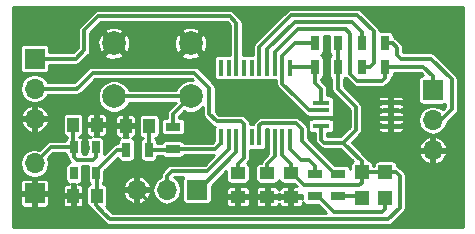
<source format=gbr>
%TF.GenerationSoftware,KiCad,Pcbnew,no-vcs-found-75b21d0~61~ubuntu14.04.1*%
%TF.CreationDate,2017-12-18T14:02:50+05:30*%
%TF.ProjectId,STM8_Flasher,53544D385F466C61736865722E6B6963,rev?*%
%TF.SameCoordinates,Original*%
%TF.FileFunction,Copper,L1,Top,Signal*%
%TF.FilePolarity,Positive*%
%FSLAX46Y46*%
G04 Gerber Fmt 4.6, Leading zero omitted, Abs format (unit mm)*
G04 Created by KiCad (PCBNEW no-vcs-found-75b21d0~61~ubuntu14.04.1) date Mon Dec 18 14:02:50 2017*
%MOMM*%
%LPD*%
G01*
G04 APERTURE LIST*
%TA.AperFunction,ComponentPad*%
%ADD10O,1.700000X1.700000*%
%TD*%
%TA.AperFunction,ComponentPad*%
%ADD11R,1.700000X1.700000*%
%TD*%
%TA.AperFunction,SMDPad,CuDef*%
%ADD12R,1.300000X0.700000*%
%TD*%
%TA.AperFunction,SMDPad,CuDef*%
%ADD13R,0.400000X1.400000*%
%TD*%
%TA.AperFunction,SMDPad,CuDef*%
%ADD14R,1.250000X1.000000*%
%TD*%
%TA.AperFunction,SMDPad,CuDef*%
%ADD15R,1.000000X1.250000*%
%TD*%
%TA.AperFunction,SMDPad,CuDef*%
%ADD16R,1.200000X1.200000*%
%TD*%
%TA.AperFunction,SMDPad,CuDef*%
%ADD17R,0.700000X1.300000*%
%TD*%
%TA.AperFunction,ComponentPad*%
%ADD18C,2.000000*%
%TD*%
%TA.AperFunction,SMDPad,CuDef*%
%ADD19R,0.650000X1.060000*%
%TD*%
%TA.AperFunction,SMDPad,CuDef*%
%ADD20R,1.450000X0.450000*%
%TD*%
%TA.AperFunction,Conductor*%
%ADD21C,0.300000*%
%TD*%
%TA.AperFunction,Conductor*%
%ADD22C,0.254000*%
%TD*%
G04 APERTURE END LIST*
D10*
%TO.P,J2,3*%
%TO.N,GND*%
X95960000Y-135400000D03*
%TO.P,J2,2*%
%TO.N,UART_TX*%
X98500000Y-135400000D03*
D11*
%TO.P,J2,1*%
%TO.N,UART_RX*%
X101040000Y-135400000D03*
%TD*%
D12*
%TO.P,R8,2*%
%TO.N,Net-(D2-Pad1)*%
X111000000Y-135950000D03*
%TO.P,R8,1*%
%TO.N,LED_GREEN*%
X111000000Y-134050000D03*
%TD*%
D13*
%TO.P,U1,1*%
%TO.N,PROG_SWITCH*%
X103075000Y-130950000D03*
%TO.P,U1,2*%
%TO.N,UART_TX*%
X103725000Y-130950000D03*
%TO.P,U1,3*%
%TO.N,UART_RX*%
X104375000Y-130950000D03*
%TO.P,U1,4*%
%TO.N,Net-(C1-Pad1)*%
X105025000Y-130950000D03*
%TO.P,U1,5*%
%TO.N,Net-(U1-Pad5)*%
X105675000Y-130950000D03*
%TO.P,U1,6*%
%TO.N,LED_RED*%
X106325000Y-130950000D03*
%TO.P,U1,7*%
%TO.N,GND*%
X106975000Y-130950000D03*
%TO.P,U1,8*%
%TO.N,Net-(C2-Pad1)*%
X107625000Y-130950000D03*
%TO.P,U1,9*%
%TO.N,+3V3*%
X108275000Y-130950000D03*
%TO.P,U1,10*%
%TO.N,LED_GREEN*%
X108925000Y-130950000D03*
%TO.P,U1,11*%
%TO.N,I2C_SDA*%
X108925000Y-125050000D03*
%TO.P,U1,12*%
%TO.N,I2C_SCL*%
X108275000Y-125050000D03*
%TO.P,U1,13*%
%TO.N,SWIM_INT*%
X107625000Y-125050000D03*
%TO.P,U1,14*%
%TO.N,SWIM_NRST*%
X106975000Y-125050000D03*
%TO.P,U1,15*%
%TO.N,SWIM_OUT*%
X106325000Y-125050000D03*
%TO.P,U1,16*%
%TO.N,Net-(U1-Pad16)*%
X105675000Y-125050000D03*
%TO.P,U1,17*%
%TO.N,Net-(U1-Pad17)*%
X105025000Y-125050000D03*
%TO.P,U1,18*%
%TO.N,Net-(J4-Pad1)*%
X104375000Y-125050000D03*
%TO.P,U1,19*%
%TO.N,Net-(U1-Pad19)*%
X103725000Y-125050000D03*
%TO.P,U1,20*%
%TO.N,Net-(U1-Pad20)*%
X103075000Y-125050000D03*
%TD*%
D14*
%TO.P,C1,2*%
%TO.N,GND*%
X104500000Y-136000000D03*
%TO.P,C1,1*%
%TO.N,Net-(C1-Pad1)*%
X104500000Y-134000000D03*
%TD*%
%TO.P,C2,1*%
%TO.N,Net-(C2-Pad1)*%
X107000000Y-134000000D03*
%TO.P,C2,2*%
%TO.N,GND*%
X107000000Y-136000000D03*
%TD*%
%TO.P,C3,2*%
%TO.N,GND*%
X109000000Y-136000000D03*
%TO.P,C3,1*%
%TO.N,+3V3*%
X109000000Y-134000000D03*
%TD*%
D15*
%TO.P,C4,1*%
%TO.N,PROG_SWITCH*%
X97000000Y-130000000D03*
%TO.P,C4,2*%
%TO.N,GND*%
X95000000Y-130000000D03*
%TD*%
%TO.P,C5,2*%
%TO.N,GND*%
X92550000Y-129900000D03*
%TO.P,C5,1*%
%TO.N,VCC*%
X90550000Y-129900000D03*
%TD*%
%TO.P,C6,1*%
%TO.N,+3V3*%
X92550000Y-135900000D03*
%TO.P,C6,2*%
%TO.N,GND*%
X90550000Y-135900000D03*
%TD*%
D16*
%TO.P,D1,1*%
%TO.N,Net-(D1-Pad1)*%
X115000000Y-136100000D03*
%TO.P,D1,2*%
%TO.N,+3V3*%
X115000000Y-133900000D03*
%TD*%
%TO.P,D2,2*%
%TO.N,+3V3*%
X117000000Y-133900000D03*
%TO.P,D2,1*%
%TO.N,Net-(D2-Pad1)*%
X117000000Y-136100000D03*
%TD*%
D11*
%TO.P,J1,1*%
%TO.N,SWIM_INT*%
X121000000Y-126960000D03*
D10*
%TO.P,J1,2*%
%TO.N,Net-(J1-Pad2)*%
X121000000Y-129500000D03*
%TO.P,J1,3*%
%TO.N,GND*%
X121000000Y-132040000D03*
%TD*%
D11*
%TO.P,J3,1*%
%TO.N,GND*%
X87300000Y-135700000D03*
D10*
%TO.P,J3,2*%
%TO.N,VCC*%
X87300000Y-133160000D03*
%TD*%
D17*
%TO.P,R1,2*%
%TO.N,SWIM_OUT*%
X115050000Y-125000000D03*
%TO.P,R1,1*%
%TO.N,SWIM_INT*%
X116950000Y-125000000D03*
%TD*%
%TO.P,R2,1*%
%TO.N,Net-(J1-Pad2)*%
X116950000Y-123000000D03*
%TO.P,R2,2*%
%TO.N,SWIM_NRST*%
X115050000Y-123000000D03*
%TD*%
%TO.P,R3,1*%
%TO.N,PROG_SWITCH*%
X96950000Y-132000000D03*
%TO.P,R3,2*%
%TO.N,+3V3*%
X95050000Y-132000000D03*
%TD*%
D12*
%TO.P,R4,2*%
%TO.N,PROG_SWITCH*%
X99000000Y-131950000D03*
%TO.P,R4,1*%
%TO.N,Net-(R4-Pad1)*%
X99000000Y-130050000D03*
%TD*%
%TO.P,R5,1*%
%TO.N,LED_RED*%
X113000000Y-134050000D03*
%TO.P,R5,2*%
%TO.N,Net-(D1-Pad1)*%
X113000000Y-135950000D03*
%TD*%
D17*
%TO.P,R6,2*%
%TO.N,+3V3*%
X112950000Y-123000000D03*
%TO.P,R6,1*%
%TO.N,I2C_SCL*%
X111050000Y-123000000D03*
%TD*%
%TO.P,R7,1*%
%TO.N,I2C_SDA*%
X111050000Y-125000000D03*
%TO.P,R7,2*%
%TO.N,+3V3*%
X112950000Y-125000000D03*
%TD*%
D18*
%TO.P,SW1,2*%
%TO.N,Net-(R4-Pad1)*%
X94000000Y-127500000D03*
%TO.P,SW1,1*%
%TO.N,GND*%
X94000000Y-123000000D03*
%TO.P,SW1,2*%
%TO.N,Net-(R4-Pad1)*%
X100500000Y-127500000D03*
%TO.P,SW1,1*%
%TO.N,GND*%
X100500000Y-123000000D03*
%TD*%
D19*
%TO.P,U3,1*%
%TO.N,VCC*%
X92500000Y-131800000D03*
%TO.P,U3,2*%
%TO.N,GND*%
X91550000Y-131800000D03*
%TO.P,U3,3*%
%TO.N,VCC*%
X90600000Y-131800000D03*
%TO.P,U3,4*%
%TO.N,Net-(U3-Pad4)*%
X90600000Y-134000000D03*
%TO.P,U3,5*%
%TO.N,+3V3*%
X92500000Y-134000000D03*
%TD*%
D11*
%TO.P,J4,1*%
%TO.N,Net-(J4-Pad1)*%
X87300000Y-124300000D03*
D10*
%TO.P,J4,2*%
%TO.N,Net-(C1-Pad1)*%
X87300000Y-126840000D03*
%TO.P,J4,3*%
%TO.N,GND*%
X87300000Y-129380000D03*
%TD*%
D20*
%TO.P,U2,1*%
%TO.N,GND*%
X117450000Y-129975000D03*
%TO.P,U2,2*%
X117450000Y-129325000D03*
%TO.P,U2,3*%
X117450000Y-128675000D03*
%TO.P,U2,4*%
X117450000Y-128025000D03*
%TO.P,U2,5*%
%TO.N,I2C_SDA*%
X111550000Y-128025000D03*
%TO.P,U2,6*%
%TO.N,I2C_SCL*%
X111550000Y-128675000D03*
%TO.P,U2,7*%
%TO.N,GND*%
X111550000Y-129325000D03*
%TO.P,U2,8*%
%TO.N,+3V3*%
X111550000Y-129975000D03*
%TD*%
D21*
%TO.N,GND*%
X111550000Y-129325000D02*
X113475000Y-129325000D01*
X113475000Y-129325000D02*
X113600000Y-129200000D01*
X111550000Y-129325000D02*
X110025000Y-129325000D01*
X117450000Y-128675000D02*
X117450000Y-128025000D01*
X117450000Y-129325000D02*
X117450000Y-128675000D01*
X117450000Y-129975000D02*
X117450000Y-129325000D01*
X106975000Y-130950000D02*
X106975000Y-131825000D01*
X106975000Y-131825000D02*
X106100000Y-132700000D01*
X100500000Y-123000000D02*
X102000000Y-124500000D01*
X95960000Y-135400000D02*
X95960000Y-130160000D01*
X95960000Y-130160000D02*
X95800000Y-130000000D01*
X95800000Y-130000000D02*
X95000000Y-130000000D01*
X91550000Y-131800000D02*
X91550000Y-130900000D01*
X106100000Y-132700000D02*
X105700001Y-133099999D01*
X105700001Y-133099999D02*
X105700001Y-135999999D01*
X107000000Y-136000000D02*
X109000000Y-136000000D01*
X104500000Y-136000000D02*
X107000000Y-136000000D01*
X103625000Y-136000000D02*
X104500000Y-136000000D01*
X102625000Y-137000000D02*
X103625000Y-136000000D01*
X95960000Y-135400000D02*
X97560000Y-137000000D01*
X97560000Y-137000000D02*
X102625000Y-137000000D01*
%TO.N,Net-(C1-Pad1)*%
X90860000Y-126840000D02*
X92200000Y-125500000D01*
X92200000Y-125500000D02*
X100800000Y-125500000D01*
X100800000Y-125500000D02*
X102100000Y-126800000D01*
X102100000Y-126800000D02*
X102100000Y-129000000D01*
X102100000Y-129000000D02*
X102700000Y-129600000D01*
X102700000Y-129600000D02*
X104800000Y-129600000D01*
X104800000Y-129600000D02*
X105025000Y-129825000D01*
X105025000Y-129825000D02*
X105025000Y-130950000D01*
X87300000Y-126840000D02*
X90860000Y-126840000D01*
X90860000Y-126840000D02*
X90900000Y-126800000D01*
X104500000Y-134000000D02*
X104500000Y-133200000D01*
X104500000Y-133200000D02*
X105025000Y-132675000D01*
X105025000Y-132675000D02*
X105025000Y-130950000D01*
%TO.N,Net-(C2-Pad1)*%
X107000000Y-134000000D02*
X107000000Y-133200000D01*
X107625000Y-132575000D02*
X107625000Y-130950000D01*
X107000000Y-133200000D02*
X107625000Y-132575000D01*
%TO.N,+3V3*%
X112950000Y-125000000D02*
X112950000Y-126850000D01*
X112950000Y-126850000D02*
X114500000Y-128400000D01*
X114500000Y-128400000D02*
X114500000Y-130310000D01*
X114500000Y-130310000D02*
X113405000Y-131405000D01*
X111550000Y-129975000D02*
X111550000Y-131155000D01*
X111550000Y-131155000D02*
X111800000Y-131405000D01*
X111800000Y-131405000D02*
X113405000Y-131405000D01*
X113405000Y-131405000D02*
X115000000Y-133000000D01*
X115000000Y-133000000D02*
X115000000Y-133900000D01*
X92550000Y-135900000D02*
X92550000Y-134050000D01*
X92550000Y-134050000D02*
X92500000Y-134000000D01*
X93200000Y-137425000D02*
X92500000Y-136725000D01*
X92500000Y-136725000D02*
X92500000Y-135950000D01*
X92500000Y-135950000D02*
X92550000Y-135900000D01*
X115000000Y-133900000D02*
X115000000Y-134800000D01*
X115000000Y-134800000D02*
X114800000Y-135000000D01*
X109000000Y-134000000D02*
X109125000Y-134000000D01*
X109125000Y-134000000D02*
X110125000Y-135000000D01*
X110125000Y-135000000D02*
X114800000Y-135000000D01*
X93475000Y-137700000D02*
X93200000Y-137425000D01*
X117210002Y-137900000D02*
X93675000Y-137900000D01*
X93675000Y-137900000D02*
X93200000Y-137425000D01*
X118200000Y-134200000D02*
X118200000Y-136910002D01*
X118200000Y-136910002D02*
X117210002Y-137900000D01*
X117900000Y-133900000D02*
X118200000Y-134200000D01*
X95050000Y-132000000D02*
X94295000Y-132000000D01*
X92500000Y-134000000D02*
X92500000Y-133795000D01*
X92500000Y-133795000D02*
X94295000Y-132000000D01*
X117000000Y-133900000D02*
X117900000Y-133900000D01*
X115000000Y-133900000D02*
X117000000Y-133900000D01*
X112950000Y-123000000D02*
X112950000Y-125000000D01*
X109000000Y-134000000D02*
X109000000Y-133200000D01*
X108275000Y-132475000D02*
X108275000Y-130950000D01*
X109000000Y-133200000D02*
X108275000Y-132475000D01*
%TO.N,PROG_SWITCH*%
X96950000Y-132000000D02*
X98950000Y-132000000D01*
X98950000Y-132000000D02*
X99000000Y-131950000D01*
X97000000Y-130000000D02*
X97000000Y-131950000D01*
X97000000Y-131950000D02*
X96950000Y-132000000D01*
X96950000Y-130050000D02*
X97000000Y-130000000D01*
X99000000Y-131950000D02*
X102575000Y-131950000D01*
X102575000Y-131950000D02*
X103075000Y-131450000D01*
X103075000Y-131450000D02*
X103075000Y-130950000D01*
%TO.N,VCC*%
X87300000Y-133160000D02*
X88660000Y-131800000D01*
X88660000Y-131800000D02*
X90600000Y-131800000D01*
X90550000Y-129900000D02*
X90550000Y-131750000D01*
X90550000Y-131750000D02*
X90600000Y-131800000D01*
X92500000Y-131800000D02*
X92500000Y-132630000D01*
X92500000Y-132630000D02*
X92230000Y-132900000D01*
X92230000Y-132900000D02*
X90870000Y-132900000D01*
X90870000Y-132900000D02*
X90600000Y-132630000D01*
X90600000Y-132630000D02*
X90600000Y-131800000D01*
%TO.N,Net-(D1-Pad1)*%
X113000000Y-135950000D02*
X114850000Y-135950000D01*
X114850000Y-135950000D02*
X115000000Y-136100000D01*
%TO.N,Net-(D2-Pad1)*%
X112650000Y-137300000D02*
X111300000Y-135950000D01*
X116700000Y-137300000D02*
X112650000Y-137300000D01*
X111300000Y-135950000D02*
X111000000Y-135950000D01*
X117000000Y-136100000D02*
X117000000Y-137000000D01*
X117000000Y-137000000D02*
X116700000Y-137300000D01*
X111300000Y-135950000D02*
X112063613Y-136713613D01*
%TO.N,SWIM_INT*%
X116700000Y-126200000D02*
X114600000Y-126200000D01*
X114600000Y-126200000D02*
X114000000Y-125600000D01*
X116950000Y-125000000D02*
X116950000Y-125950000D01*
X116950000Y-125950000D02*
X116700000Y-126200000D01*
X116950000Y-125300000D02*
X116950000Y-125000000D01*
X109574978Y-121825022D02*
X113625022Y-121825022D01*
X107625000Y-125050000D02*
X107625000Y-123775000D01*
X107625000Y-123775000D02*
X109574978Y-121825022D01*
X113625022Y-121825022D02*
X114000000Y-122200000D01*
X114000000Y-122200000D02*
X114000000Y-125600000D01*
X116950000Y-125000000D02*
X120190000Y-125000000D01*
X120190000Y-125000000D02*
X121000000Y-125810000D01*
X121000000Y-125810000D02*
X121000000Y-126960000D01*
%TO.N,UART_RX*%
X104375000Y-130950000D02*
X104375000Y-132225000D01*
X104375000Y-132225000D02*
X101200000Y-135400000D01*
X101200000Y-135400000D02*
X101040000Y-135400000D01*
X101164998Y-135400000D02*
X101040000Y-135400000D01*
%TO.N,UART_TX*%
X101916455Y-133800000D02*
X100400000Y-133800000D01*
X100400000Y-133800000D02*
X100100000Y-133800000D01*
X98500000Y-135400000D02*
X98500000Y-134197919D01*
X98500000Y-134197919D02*
X98897919Y-133800000D01*
X98897919Y-133800000D02*
X100400000Y-133800000D01*
X103725000Y-130950000D02*
X103725000Y-131991455D01*
X103725000Y-131991455D02*
X101916455Y-133800000D01*
%TO.N,SWIM_NRST*%
X109300000Y-121200000D02*
X106975000Y-123525000D01*
X106975000Y-123525000D02*
X106975000Y-125050000D01*
X114200000Y-121200000D02*
X109300000Y-121200000D01*
X115050000Y-123000000D02*
X115050000Y-122050000D01*
X115050000Y-122050000D02*
X114200000Y-121200000D01*
%TO.N,Net-(R4-Pad1)*%
X100500000Y-127500000D02*
X94000000Y-127500000D01*
X99000000Y-130050000D02*
X99000000Y-129000000D01*
X99000000Y-129000000D02*
X100500000Y-127500000D01*
%TO.N,LED_RED*%
X112700000Y-134050000D02*
X113000000Y-134050000D01*
X109900000Y-131250000D02*
X112700000Y-134050000D01*
X109900000Y-130214998D02*
X109900000Y-131250000D01*
X109433536Y-129748533D02*
X109900000Y-130214998D01*
X106526467Y-129748533D02*
X109433536Y-129748533D01*
X106325000Y-130950000D02*
X106325000Y-129950000D01*
X106325000Y-129950000D02*
X106526467Y-129748533D01*
%TO.N,I2C_SCL*%
X109400000Y-127550000D02*
X108275000Y-126425000D01*
X108275000Y-126425000D02*
X108275000Y-125050000D01*
X109500000Y-127640000D02*
X109400000Y-127540000D01*
X110525000Y-128675000D02*
X109400000Y-127550000D01*
X111550000Y-128675000D02*
X110525000Y-128675000D01*
X109400000Y-127550000D02*
X109400000Y-127540000D01*
X108275000Y-125050000D02*
X108275000Y-124050000D01*
X108275000Y-124050000D02*
X109325000Y-123000000D01*
X109325000Y-123000000D02*
X111050000Y-123000000D01*
%TO.N,I2C_SDA*%
X111050000Y-126350000D02*
X111550000Y-126850000D01*
X111550000Y-126850000D02*
X111550000Y-128025000D01*
X111050000Y-125000000D02*
X111050000Y-126350000D01*
X111050000Y-125000000D02*
X108975000Y-125000000D01*
X108975000Y-125000000D02*
X108925000Y-125050000D01*
X108925000Y-125050000D02*
X108925000Y-125550000D01*
%TO.N,LED_GREEN*%
X108925000Y-130950000D02*
X108925000Y-131975000D01*
X108925000Y-131975000D02*
X109850000Y-132900000D01*
X109850000Y-132900000D02*
X110450000Y-132900000D01*
X111000000Y-134050000D02*
X111000000Y-133400000D01*
X111000000Y-133400000D02*
X110500000Y-132900000D01*
%TO.N,Net-(J1-Pad2)*%
X118000000Y-123400000D02*
X118000000Y-124000000D01*
X118000000Y-124000000D02*
X118300000Y-124300000D01*
X116950000Y-123000000D02*
X117600000Y-123000000D01*
X117600000Y-123000000D02*
X118000000Y-123400000D01*
X120850002Y-124300000D02*
X118300000Y-124300000D01*
X122600000Y-128600000D02*
X122600000Y-126049998D01*
X122600000Y-126049998D02*
X120850002Y-124300000D01*
X121700000Y-129500000D02*
X122600000Y-128600000D01*
X121000000Y-129500000D02*
X121700000Y-129500000D01*
%TO.N,Net-(J4-Pad1)*%
X104375000Y-121275000D02*
X104375000Y-125050000D01*
X103800000Y-120700000D02*
X104375000Y-121275000D01*
X92700000Y-120700000D02*
X103800000Y-120700000D01*
X91500000Y-121900000D02*
X92700000Y-120700000D01*
X91500000Y-123600000D02*
X91500000Y-121900000D01*
X90800000Y-124300000D02*
X91500000Y-123600000D01*
X87300000Y-124300000D02*
X90800000Y-124300000D01*
%TO.N,SWIM_OUT*%
X109000000Y-120600000D02*
X106325000Y-123275000D01*
X106325000Y-123275000D02*
X106325000Y-125050000D01*
X114600000Y-120600000D02*
X109000000Y-120600000D01*
X116000000Y-122000000D02*
X114600000Y-120600000D01*
X116000000Y-122229998D02*
X116000000Y-122000000D01*
X116000000Y-122229998D02*
X116000000Y-122100000D01*
X116000000Y-124700000D02*
X116000000Y-122229998D01*
X115050000Y-125000000D02*
X115700000Y-125000000D01*
X115700000Y-125000000D02*
X116000000Y-124700000D01*
%TD*%
D22*
%TO.N,GND*%
G36*
X123548000Y-138548000D02*
X85452000Y-138548000D01*
X85452000Y-135921250D01*
X86073000Y-135921250D01*
X86073000Y-136624990D01*
X86130395Y-136763553D01*
X86236447Y-136869605D01*
X86375010Y-136927000D01*
X87078750Y-136927000D01*
X87173000Y-136832750D01*
X87173000Y-135827000D01*
X87427000Y-135827000D01*
X87427000Y-136832750D01*
X87521250Y-136927000D01*
X88224990Y-136927000D01*
X88363553Y-136869605D01*
X88469605Y-136763553D01*
X88527000Y-136624990D01*
X88527000Y-136121250D01*
X89673000Y-136121250D01*
X89673000Y-136599990D01*
X89730395Y-136738553D01*
X89836447Y-136844605D01*
X89975010Y-136902000D01*
X90328750Y-136902000D01*
X90423000Y-136807750D01*
X90423000Y-136027000D01*
X90677000Y-136027000D01*
X90677000Y-136807750D01*
X90771250Y-136902000D01*
X91124990Y-136902000D01*
X91263553Y-136844605D01*
X91369605Y-136738553D01*
X91427000Y-136599990D01*
X91427000Y-136121250D01*
X91332750Y-136027000D01*
X90677000Y-136027000D01*
X90423000Y-136027000D01*
X89767250Y-136027000D01*
X89673000Y-136121250D01*
X88527000Y-136121250D01*
X88527000Y-135921250D01*
X88432750Y-135827000D01*
X87427000Y-135827000D01*
X87173000Y-135827000D01*
X86167250Y-135827000D01*
X86073000Y-135921250D01*
X85452000Y-135921250D01*
X85452000Y-134775010D01*
X86073000Y-134775010D01*
X86073000Y-135478750D01*
X86167250Y-135573000D01*
X87173000Y-135573000D01*
X87173000Y-134567250D01*
X87427000Y-134567250D01*
X87427000Y-135573000D01*
X88432750Y-135573000D01*
X88527000Y-135478750D01*
X88527000Y-134775010D01*
X88469605Y-134636447D01*
X88363553Y-134530395D01*
X88224990Y-134473000D01*
X87521250Y-134473000D01*
X87427000Y-134567250D01*
X87173000Y-134567250D01*
X87078750Y-134473000D01*
X86375010Y-134473000D01*
X86236447Y-134530395D01*
X86130395Y-134636447D01*
X86073000Y-134775010D01*
X85452000Y-134775010D01*
X85452000Y-129696351D01*
X86114482Y-129696351D01*
X86238011Y-129994600D01*
X86554047Y-130354222D01*
X86983648Y-130565528D01*
X87173000Y-130506171D01*
X87173000Y-129507000D01*
X87427000Y-129507000D01*
X87427000Y-130506171D01*
X87616352Y-130565528D01*
X88045953Y-130354222D01*
X88361989Y-129994600D01*
X88485518Y-129696351D01*
X88425608Y-129507000D01*
X87427000Y-129507000D01*
X87173000Y-129507000D01*
X86174392Y-129507000D01*
X86114482Y-129696351D01*
X85452000Y-129696351D01*
X85452000Y-129063649D01*
X86114482Y-129063649D01*
X86174392Y-129253000D01*
X87173000Y-129253000D01*
X87173000Y-128253829D01*
X87427000Y-128253829D01*
X87427000Y-129253000D01*
X88425608Y-129253000D01*
X88485518Y-129063649D01*
X88361989Y-128765400D01*
X88045953Y-128405778D01*
X87616352Y-128194472D01*
X87427000Y-128253829D01*
X87173000Y-128253829D01*
X86983648Y-128194472D01*
X86554047Y-128405778D01*
X86238011Y-128765400D01*
X86114482Y-129063649D01*
X85452000Y-129063649D01*
X85452000Y-126840000D01*
X86048962Y-126840000D01*
X86142362Y-127309553D01*
X86408342Y-127707620D01*
X86806409Y-127973600D01*
X87275962Y-128067000D01*
X87324038Y-128067000D01*
X87793591Y-127973600D01*
X88191658Y-127707620D01*
X88419253Y-127367000D01*
X90860000Y-127367000D01*
X91061675Y-127326885D01*
X91232645Y-127212645D01*
X91272646Y-127172645D01*
X91272648Y-127172642D01*
X92418290Y-126027000D01*
X100581710Y-126027000D01*
X100677865Y-126123155D01*
X100227299Y-126122762D01*
X99721011Y-126331956D01*
X99333317Y-126718974D01*
X99227836Y-126973000D01*
X95272164Y-126973000D01*
X95168044Y-126721011D01*
X94781026Y-126333317D01*
X94275104Y-126123240D01*
X93727299Y-126122762D01*
X93221011Y-126331956D01*
X92833317Y-126718974D01*
X92623240Y-127224896D01*
X92622762Y-127772701D01*
X92831956Y-128278989D01*
X93218974Y-128666683D01*
X93724896Y-128876760D01*
X94272701Y-128877238D01*
X94778989Y-128668044D01*
X95166683Y-128281026D01*
X95272164Y-128027000D01*
X99227710Y-128027000D01*
X98627355Y-128627355D01*
X98513115Y-128798325D01*
X98496521Y-128881750D01*
X98473000Y-129000000D01*
X98473000Y-129315615D01*
X98350000Y-129315615D01*
X98202902Y-129344875D01*
X98078199Y-129428199D01*
X97994875Y-129552902D01*
X97965615Y-129700000D01*
X97965615Y-130400000D01*
X97994875Y-130547098D01*
X98078199Y-130671801D01*
X98202902Y-130755125D01*
X98350000Y-130784385D01*
X99650000Y-130784385D01*
X99797098Y-130755125D01*
X99921801Y-130671801D01*
X100005125Y-130547098D01*
X100034385Y-130400000D01*
X100034385Y-129700000D01*
X100005125Y-129552902D01*
X99921801Y-129428199D01*
X99797098Y-129344875D01*
X99650000Y-129315615D01*
X99527000Y-129315615D01*
X99527000Y-129218290D01*
X99973090Y-128772201D01*
X100224896Y-128876760D01*
X100772701Y-128877238D01*
X101278989Y-128668044D01*
X101573000Y-128374546D01*
X101573000Y-129000000D01*
X101613115Y-129201675D01*
X101727355Y-129372645D01*
X102327355Y-129972645D01*
X102498325Y-130086885D01*
X102526794Y-130092548D01*
X102519875Y-130102902D01*
X102490615Y-130250000D01*
X102490615Y-131289095D01*
X102356710Y-131423000D01*
X99985145Y-131423000D01*
X99921801Y-131328199D01*
X99797098Y-131244875D01*
X99650000Y-131215615D01*
X98350000Y-131215615D01*
X98202902Y-131244875D01*
X98078199Y-131328199D01*
X97994875Y-131452902D01*
X97990877Y-131473000D01*
X97684385Y-131473000D01*
X97684385Y-131350000D01*
X97655125Y-131202902D01*
X97571801Y-131078199D01*
X97527000Y-131048264D01*
X97527000Y-131004014D01*
X97647098Y-130980125D01*
X97771801Y-130896801D01*
X97855125Y-130772098D01*
X97884385Y-130625000D01*
X97884385Y-129375000D01*
X97855125Y-129227902D01*
X97771801Y-129103199D01*
X97647098Y-129019875D01*
X97500000Y-128990615D01*
X96500000Y-128990615D01*
X96352902Y-129019875D01*
X96228199Y-129103199D01*
X96144875Y-129227902D01*
X96115615Y-129375000D01*
X96115615Y-130625000D01*
X96144875Y-130772098D01*
X96228199Y-130896801D01*
X96352902Y-130980125D01*
X96446972Y-130998837D01*
X96328199Y-131078199D01*
X96244875Y-131202902D01*
X96215615Y-131350000D01*
X96215615Y-132650000D01*
X96244875Y-132797098D01*
X96328199Y-132921801D01*
X96452902Y-133005125D01*
X96600000Y-133034385D01*
X97300000Y-133034385D01*
X97447098Y-133005125D01*
X97571801Y-132921801D01*
X97655125Y-132797098D01*
X97684385Y-132650000D01*
X97684385Y-132527000D01*
X98048264Y-132527000D01*
X98078199Y-132571801D01*
X98202902Y-132655125D01*
X98350000Y-132684385D01*
X99650000Y-132684385D01*
X99797098Y-132655125D01*
X99921801Y-132571801D01*
X99985145Y-132477000D01*
X102494165Y-132477000D01*
X101698165Y-133273000D01*
X98897919Y-133273000D01*
X98696245Y-133313115D01*
X98696243Y-133313116D01*
X98696244Y-133313116D01*
X98525273Y-133427355D01*
X98127355Y-133825274D01*
X98013115Y-133996244D01*
X97992144Y-134101674D01*
X97973000Y-134197919D01*
X97973000Y-134280747D01*
X97632380Y-134508342D01*
X97366400Y-134906409D01*
X97273000Y-135375962D01*
X97273000Y-135424038D01*
X97366400Y-135893591D01*
X97632380Y-136291658D01*
X98030447Y-136557638D01*
X98500000Y-136651038D01*
X98969553Y-136557638D01*
X99367620Y-136291658D01*
X99633600Y-135893591D01*
X99727000Y-135424038D01*
X99727000Y-135375962D01*
X99633600Y-134906409D01*
X99367620Y-134508342D01*
X99108204Y-134335006D01*
X99116210Y-134327000D01*
X99885591Y-134327000D01*
X99834875Y-134402902D01*
X99805615Y-134550000D01*
X99805615Y-136250000D01*
X99834875Y-136397098D01*
X99918199Y-136521801D01*
X100042902Y-136605125D01*
X100190000Y-136634385D01*
X101890000Y-136634385D01*
X102037098Y-136605125D01*
X102161801Y-136521801D01*
X102245125Y-136397098D01*
X102274385Y-136250000D01*
X102274385Y-136221250D01*
X103498000Y-136221250D01*
X103498000Y-136574990D01*
X103555395Y-136713553D01*
X103661447Y-136819605D01*
X103800010Y-136877000D01*
X104278750Y-136877000D01*
X104373000Y-136782750D01*
X104373000Y-136127000D01*
X104627000Y-136127000D01*
X104627000Y-136782750D01*
X104721250Y-136877000D01*
X105199990Y-136877000D01*
X105338553Y-136819605D01*
X105444605Y-136713553D01*
X105502000Y-136574990D01*
X105502000Y-136221250D01*
X105998000Y-136221250D01*
X105998000Y-136574990D01*
X106055395Y-136713553D01*
X106161447Y-136819605D01*
X106300010Y-136877000D01*
X106778750Y-136877000D01*
X106873000Y-136782750D01*
X106873000Y-136127000D01*
X107127000Y-136127000D01*
X107127000Y-136782750D01*
X107221250Y-136877000D01*
X107699990Y-136877000D01*
X107838553Y-136819605D01*
X107944605Y-136713553D01*
X108000000Y-136579818D01*
X108055395Y-136713553D01*
X108161447Y-136819605D01*
X108300010Y-136877000D01*
X108778750Y-136877000D01*
X108873000Y-136782750D01*
X108873000Y-136127000D01*
X108092250Y-136127000D01*
X108000000Y-136219250D01*
X107907750Y-136127000D01*
X107127000Y-136127000D01*
X106873000Y-136127000D01*
X106092250Y-136127000D01*
X105998000Y-136221250D01*
X105502000Y-136221250D01*
X105407750Y-136127000D01*
X104627000Y-136127000D01*
X104373000Y-136127000D01*
X103592250Y-136127000D01*
X103498000Y-136221250D01*
X102274385Y-136221250D01*
X102274385Y-135425010D01*
X103498000Y-135425010D01*
X103498000Y-135778750D01*
X103592250Y-135873000D01*
X104373000Y-135873000D01*
X104373000Y-135217250D01*
X104627000Y-135217250D01*
X104627000Y-135873000D01*
X105407750Y-135873000D01*
X105502000Y-135778750D01*
X105502000Y-135425010D01*
X105998000Y-135425010D01*
X105998000Y-135778750D01*
X106092250Y-135873000D01*
X106873000Y-135873000D01*
X106873000Y-135217250D01*
X107127000Y-135217250D01*
X107127000Y-135873000D01*
X107907750Y-135873000D01*
X108000000Y-135780750D01*
X108092250Y-135873000D01*
X108873000Y-135873000D01*
X108873000Y-135217250D01*
X108778750Y-135123000D01*
X108300010Y-135123000D01*
X108161447Y-135180395D01*
X108055395Y-135286447D01*
X108000000Y-135420182D01*
X107944605Y-135286447D01*
X107838553Y-135180395D01*
X107699990Y-135123000D01*
X107221250Y-135123000D01*
X107127000Y-135217250D01*
X106873000Y-135217250D01*
X106778750Y-135123000D01*
X106300010Y-135123000D01*
X106161447Y-135180395D01*
X106055395Y-135286447D01*
X105998000Y-135425010D01*
X105502000Y-135425010D01*
X105444605Y-135286447D01*
X105338553Y-135180395D01*
X105199990Y-135123000D01*
X104721250Y-135123000D01*
X104627000Y-135217250D01*
X104373000Y-135217250D01*
X104278750Y-135123000D01*
X103800010Y-135123000D01*
X103661447Y-135180395D01*
X103555395Y-135286447D01*
X103498000Y-135425010D01*
X102274385Y-135425010D01*
X102274385Y-135070905D01*
X103490615Y-133854675D01*
X103490615Y-134500000D01*
X103519875Y-134647098D01*
X103603199Y-134771801D01*
X103727902Y-134855125D01*
X103875000Y-134884385D01*
X105125000Y-134884385D01*
X105272098Y-134855125D01*
X105396801Y-134771801D01*
X105480125Y-134647098D01*
X105509385Y-134500000D01*
X105509385Y-133500000D01*
X105480125Y-133352902D01*
X105396801Y-133228199D01*
X105289073Y-133156217D01*
X105397645Y-133047645D01*
X105511885Y-132876675D01*
X105552000Y-132675000D01*
X105552000Y-132034385D01*
X105875000Y-132034385D01*
X106000000Y-132009521D01*
X106125000Y-132034385D01*
X106525000Y-132034385D01*
X106655277Y-132008471D01*
X106700010Y-132027000D01*
X106780750Y-132027000D01*
X106875000Y-131932750D01*
X106875000Y-131804768D01*
X106880125Y-131797098D01*
X106909385Y-131650000D01*
X106909385Y-130275533D01*
X107040615Y-130275533D01*
X107040615Y-131650000D01*
X107069875Y-131797098D01*
X107075000Y-131804768D01*
X107075000Y-131932750D01*
X107098000Y-131955750D01*
X107098000Y-132356709D01*
X106627355Y-132827355D01*
X106513115Y-132998325D01*
X106509953Y-133014222D01*
X106489785Y-133115615D01*
X106375000Y-133115615D01*
X106227902Y-133144875D01*
X106103199Y-133228199D01*
X106019875Y-133352902D01*
X105990615Y-133500000D01*
X105990615Y-134500000D01*
X106019875Y-134647098D01*
X106103199Y-134771801D01*
X106227902Y-134855125D01*
X106375000Y-134884385D01*
X107625000Y-134884385D01*
X107772098Y-134855125D01*
X107896801Y-134771801D01*
X107980125Y-134647098D01*
X108000000Y-134547181D01*
X108019875Y-134647098D01*
X108103199Y-134771801D01*
X108227902Y-134855125D01*
X108375000Y-134884385D01*
X109264094Y-134884385D01*
X109502709Y-135123000D01*
X109221250Y-135123000D01*
X109127000Y-135217250D01*
X109127000Y-135873000D01*
X109907750Y-135873000D01*
X109965615Y-135815135D01*
X109965615Y-136184865D01*
X109907750Y-136127000D01*
X109127000Y-136127000D01*
X109127000Y-136782750D01*
X109221250Y-136877000D01*
X109699990Y-136877000D01*
X109838553Y-136819605D01*
X109944605Y-136713553D01*
X110002000Y-136574990D01*
X110002000Y-136457761D01*
X110078199Y-136571801D01*
X110202902Y-136655125D01*
X110350000Y-136684385D01*
X111289095Y-136684385D01*
X111977710Y-137373000D01*
X93893291Y-137373000D01*
X93572647Y-137052357D01*
X93572645Y-137052354D01*
X93318978Y-136798687D01*
X93321801Y-136796801D01*
X93405125Y-136672098D01*
X93434385Y-136525000D01*
X93434385Y-135716352D01*
X94774472Y-135716352D01*
X94985778Y-136145953D01*
X95345400Y-136461989D01*
X95643649Y-136585518D01*
X95833000Y-136525608D01*
X95833000Y-135527000D01*
X96087000Y-135527000D01*
X96087000Y-136525608D01*
X96276351Y-136585518D01*
X96574600Y-136461989D01*
X96934222Y-136145953D01*
X97145528Y-135716352D01*
X97086171Y-135527000D01*
X96087000Y-135527000D01*
X95833000Y-135527000D01*
X94833829Y-135527000D01*
X94774472Y-135716352D01*
X93434385Y-135716352D01*
X93434385Y-135275000D01*
X93405125Y-135127902D01*
X93375556Y-135083648D01*
X94774472Y-135083648D01*
X94833829Y-135273000D01*
X95833000Y-135273000D01*
X95833000Y-134274392D01*
X96087000Y-134274392D01*
X96087000Y-135273000D01*
X97086171Y-135273000D01*
X97145528Y-135083648D01*
X96934222Y-134654047D01*
X96574600Y-134338011D01*
X96276351Y-134214482D01*
X96087000Y-134274392D01*
X95833000Y-134274392D01*
X95643649Y-134214482D01*
X95345400Y-134338011D01*
X94985778Y-134654047D01*
X94774472Y-135083648D01*
X93375556Y-135083648D01*
X93321801Y-135003199D01*
X93197098Y-134919875D01*
X93077000Y-134895986D01*
X93077000Y-134815032D01*
X93096801Y-134801801D01*
X93180125Y-134677098D01*
X93209385Y-134530000D01*
X93209385Y-133830905D01*
X94328005Y-132712286D01*
X94344875Y-132797098D01*
X94428199Y-132921801D01*
X94552902Y-133005125D01*
X94700000Y-133034385D01*
X95400000Y-133034385D01*
X95547098Y-133005125D01*
X95671801Y-132921801D01*
X95755125Y-132797098D01*
X95784385Y-132650000D01*
X95784385Y-131350000D01*
X95755125Y-131202902D01*
X95671801Y-131078199D01*
X95557761Y-131002000D01*
X95574990Y-131002000D01*
X95713553Y-130944605D01*
X95819605Y-130838553D01*
X95877000Y-130699990D01*
X95877000Y-130221250D01*
X95782750Y-130127000D01*
X95127000Y-130127000D01*
X95127000Y-130907750D01*
X95184865Y-130965615D01*
X94815135Y-130965615D01*
X94873000Y-130907750D01*
X94873000Y-130127000D01*
X94217250Y-130127000D01*
X94123000Y-130221250D01*
X94123000Y-130699990D01*
X94180395Y-130838553D01*
X94286447Y-130944605D01*
X94425010Y-131002000D01*
X94542239Y-131002000D01*
X94428199Y-131078199D01*
X94344875Y-131202902D01*
X94315615Y-131350000D01*
X94315615Y-131473000D01*
X94295000Y-131473000D01*
X94093326Y-131513115D01*
X94040631Y-131548325D01*
X93922354Y-131627355D01*
X93206821Y-132342888D01*
X93209385Y-132330000D01*
X93209385Y-131270000D01*
X93180125Y-131122902D01*
X93096801Y-130998199D01*
X92972098Y-130914875D01*
X92907372Y-130902000D01*
X93124990Y-130902000D01*
X93263553Y-130844605D01*
X93369605Y-130738553D01*
X93427000Y-130599990D01*
X93427000Y-130121250D01*
X93332750Y-130027000D01*
X92677000Y-130027000D01*
X92677000Y-130807750D01*
X92754865Y-130885615D01*
X92345135Y-130885615D01*
X92423000Y-130807750D01*
X92423000Y-130027000D01*
X91767250Y-130027000D01*
X91673000Y-130121250D01*
X91673000Y-130599990D01*
X91730395Y-130738553D01*
X91836447Y-130844605D01*
X91975010Y-130902000D01*
X92092628Y-130902000D01*
X92027902Y-130914875D01*
X92018296Y-130921293D01*
X91949990Y-130893000D01*
X91771250Y-130893000D01*
X91677000Y-130987250D01*
X91677000Y-131673000D01*
X91790615Y-131673000D01*
X91790615Y-131927000D01*
X91677000Y-131927000D01*
X91677000Y-132373000D01*
X91423000Y-132373000D01*
X91423000Y-131927000D01*
X91309385Y-131927000D01*
X91309385Y-131673000D01*
X91423000Y-131673000D01*
X91423000Y-130987250D01*
X91328750Y-130893000D01*
X91150010Y-130893000D01*
X91081704Y-130921293D01*
X91077000Y-130918150D01*
X91077000Y-130904014D01*
X91197098Y-130880125D01*
X91321801Y-130796801D01*
X91405125Y-130672098D01*
X91434385Y-130525000D01*
X91434385Y-129275000D01*
X91419469Y-129200010D01*
X91673000Y-129200010D01*
X91673000Y-129678750D01*
X91767250Y-129773000D01*
X92423000Y-129773000D01*
X92423000Y-128992250D01*
X92677000Y-128992250D01*
X92677000Y-129773000D01*
X93332750Y-129773000D01*
X93427000Y-129678750D01*
X93427000Y-129300010D01*
X94123000Y-129300010D01*
X94123000Y-129778750D01*
X94217250Y-129873000D01*
X94873000Y-129873000D01*
X94873000Y-129092250D01*
X95127000Y-129092250D01*
X95127000Y-129873000D01*
X95782750Y-129873000D01*
X95877000Y-129778750D01*
X95877000Y-129300010D01*
X95819605Y-129161447D01*
X95713553Y-129055395D01*
X95574990Y-128998000D01*
X95221250Y-128998000D01*
X95127000Y-129092250D01*
X94873000Y-129092250D01*
X94778750Y-128998000D01*
X94425010Y-128998000D01*
X94286447Y-129055395D01*
X94180395Y-129161447D01*
X94123000Y-129300010D01*
X93427000Y-129300010D01*
X93427000Y-129200010D01*
X93369605Y-129061447D01*
X93263553Y-128955395D01*
X93124990Y-128898000D01*
X92771250Y-128898000D01*
X92677000Y-128992250D01*
X92423000Y-128992250D01*
X92328750Y-128898000D01*
X91975010Y-128898000D01*
X91836447Y-128955395D01*
X91730395Y-129061447D01*
X91673000Y-129200010D01*
X91419469Y-129200010D01*
X91405125Y-129127902D01*
X91321801Y-129003199D01*
X91197098Y-128919875D01*
X91050000Y-128890615D01*
X90050000Y-128890615D01*
X89902902Y-128919875D01*
X89778199Y-129003199D01*
X89694875Y-129127902D01*
X89665615Y-129275000D01*
X89665615Y-130525000D01*
X89694875Y-130672098D01*
X89778199Y-130796801D01*
X89902902Y-130880125D01*
X90023000Y-130904014D01*
X90023000Y-130984968D01*
X90003199Y-130998199D01*
X89919875Y-131122902D01*
X89890615Y-131270000D01*
X89890615Y-131273000D01*
X88660000Y-131273000D01*
X88458326Y-131313115D01*
X88403124Y-131350000D01*
X88287354Y-131427355D01*
X87705777Y-132008933D01*
X87324038Y-131933000D01*
X87275962Y-131933000D01*
X86806409Y-132026400D01*
X86408342Y-132292380D01*
X86142362Y-132690447D01*
X86048962Y-133160000D01*
X86142362Y-133629553D01*
X86408342Y-134027620D01*
X86806409Y-134293600D01*
X87275962Y-134387000D01*
X87324038Y-134387000D01*
X87793591Y-134293600D01*
X88191658Y-134027620D01*
X88457638Y-133629553D01*
X88551038Y-133160000D01*
X88467129Y-132738162D01*
X88878291Y-132327000D01*
X89890615Y-132327000D01*
X89890615Y-132330000D01*
X89919875Y-132477098D01*
X90003199Y-132601801D01*
X90077230Y-132651267D01*
X90113115Y-132831675D01*
X90227355Y-133002645D01*
X90310325Y-133085615D01*
X90275000Y-133085615D01*
X90127902Y-133114875D01*
X90003199Y-133198199D01*
X89919875Y-133322902D01*
X89890615Y-133470000D01*
X89890615Y-134530000D01*
X89919875Y-134677098D01*
X90003199Y-134801801D01*
X90127902Y-134885125D01*
X90192628Y-134898000D01*
X89975010Y-134898000D01*
X89836447Y-134955395D01*
X89730395Y-135061447D01*
X89673000Y-135200010D01*
X89673000Y-135678750D01*
X89767250Y-135773000D01*
X90423000Y-135773000D01*
X90423000Y-134992250D01*
X90345135Y-134914385D01*
X90754865Y-134914385D01*
X90677000Y-134992250D01*
X90677000Y-135773000D01*
X91332750Y-135773000D01*
X91427000Y-135678750D01*
X91427000Y-135200010D01*
X91369605Y-135061447D01*
X91263553Y-134955395D01*
X91124990Y-134898000D01*
X91007372Y-134898000D01*
X91072098Y-134885125D01*
X91196801Y-134801801D01*
X91280125Y-134677098D01*
X91309385Y-134530000D01*
X91309385Y-133470000D01*
X91300832Y-133427000D01*
X91799168Y-133427000D01*
X91790615Y-133470000D01*
X91790615Y-134530000D01*
X91819875Y-134677098D01*
X91903199Y-134801801D01*
X92023000Y-134881850D01*
X92023000Y-134895986D01*
X91902902Y-134919875D01*
X91778199Y-135003199D01*
X91694875Y-135127902D01*
X91665615Y-135275000D01*
X91665615Y-136525000D01*
X91694875Y-136672098D01*
X91778199Y-136796801D01*
X91902902Y-136880125D01*
X92008015Y-136901033D01*
X92013115Y-136926675D01*
X92127355Y-137097645D01*
X92827354Y-137797645D01*
X92827357Y-137797647D01*
X93302354Y-138272645D01*
X93416594Y-138348978D01*
X93473326Y-138386885D01*
X93675000Y-138427000D01*
X117210002Y-138427000D01*
X117411677Y-138386885D01*
X117582647Y-138272645D01*
X118572646Y-137282647D01*
X118686885Y-137111676D01*
X118727000Y-136910002D01*
X118727000Y-134200000D01*
X118720564Y-134167645D01*
X118686885Y-133998325D01*
X118572645Y-133827355D01*
X118272645Y-133527355D01*
X118101675Y-133413115D01*
X117984385Y-133389785D01*
X117984385Y-133300000D01*
X117955125Y-133152902D01*
X117871801Y-133028199D01*
X117747098Y-132944875D01*
X117600000Y-132915615D01*
X116400000Y-132915615D01*
X116252902Y-132944875D01*
X116128199Y-133028199D01*
X116044875Y-133152902D01*
X116015615Y-133300000D01*
X116015615Y-133373000D01*
X115984385Y-133373000D01*
X115984385Y-133300000D01*
X115955125Y-133152902D01*
X115871801Y-133028199D01*
X115747098Y-132944875D01*
X115600000Y-132915615D01*
X115510215Y-132915615D01*
X115486885Y-132798326D01*
X115472418Y-132776675D01*
X115372646Y-132627355D01*
X115101642Y-132356351D01*
X119814482Y-132356351D01*
X119938011Y-132654600D01*
X120254047Y-133014222D01*
X120683648Y-133225528D01*
X120873000Y-133166171D01*
X120873000Y-132167000D01*
X121127000Y-132167000D01*
X121127000Y-133166171D01*
X121316352Y-133225528D01*
X121745953Y-133014222D01*
X122061989Y-132654600D01*
X122185518Y-132356351D01*
X122125608Y-132167000D01*
X121127000Y-132167000D01*
X120873000Y-132167000D01*
X119874392Y-132167000D01*
X119814482Y-132356351D01*
X115101642Y-132356351D01*
X114468940Y-131723649D01*
X119814482Y-131723649D01*
X119874392Y-131913000D01*
X120873000Y-131913000D01*
X120873000Y-130913829D01*
X121127000Y-130913829D01*
X121127000Y-131913000D01*
X122125608Y-131913000D01*
X122185518Y-131723649D01*
X122061989Y-131425400D01*
X121745953Y-131065778D01*
X121316352Y-130854472D01*
X121127000Y-130913829D01*
X120873000Y-130913829D01*
X120683648Y-130854472D01*
X120254047Y-131065778D01*
X119938011Y-131425400D01*
X119814482Y-131723649D01*
X114468940Y-131723649D01*
X114150290Y-131405000D01*
X114872645Y-130682645D01*
X114986885Y-130511675D01*
X115027000Y-130310000D01*
X115027000Y-130181750D01*
X116348000Y-130181750D01*
X116348000Y-130274990D01*
X116405395Y-130413553D01*
X116511447Y-130519605D01*
X116650010Y-130577000D01*
X117228750Y-130577000D01*
X117323000Y-130482750D01*
X117323000Y-130087500D01*
X117577000Y-130087500D01*
X117577000Y-130482750D01*
X117671250Y-130577000D01*
X118249990Y-130577000D01*
X118388553Y-130519605D01*
X118494605Y-130413553D01*
X118552000Y-130274990D01*
X118552000Y-130181750D01*
X118457750Y-130087500D01*
X117577000Y-130087500D01*
X117323000Y-130087500D01*
X116442250Y-130087500D01*
X116348000Y-130181750D01*
X115027000Y-130181750D01*
X115027000Y-129531750D01*
X116348000Y-129531750D01*
X116348000Y-129624990D01*
X116358360Y-129650000D01*
X116348000Y-129675010D01*
X116348000Y-129768250D01*
X116442250Y-129862500D01*
X116504342Y-129862500D01*
X116511447Y-129869605D01*
X116650010Y-129927000D01*
X117228750Y-129927000D01*
X117293250Y-129862500D01*
X117323000Y-129862500D01*
X117323000Y-129437500D01*
X117577000Y-129437500D01*
X117577000Y-129862500D01*
X117606750Y-129862500D01*
X117671250Y-129927000D01*
X118249990Y-129927000D01*
X118388553Y-129869605D01*
X118395658Y-129862500D01*
X118457750Y-129862500D01*
X118552000Y-129768250D01*
X118552000Y-129675010D01*
X118541640Y-129650000D01*
X118552000Y-129624990D01*
X118552000Y-129531750D01*
X118457750Y-129437500D01*
X118395658Y-129437500D01*
X118388553Y-129430395D01*
X118249990Y-129373000D01*
X117671250Y-129373000D01*
X117606750Y-129437500D01*
X117577000Y-129437500D01*
X117323000Y-129437500D01*
X117293250Y-129437500D01*
X117228750Y-129373000D01*
X116650010Y-129373000D01*
X116511447Y-129430395D01*
X116504342Y-129437500D01*
X116442250Y-129437500D01*
X116348000Y-129531750D01*
X115027000Y-129531750D01*
X115027000Y-128881750D01*
X116348000Y-128881750D01*
X116348000Y-128974990D01*
X116358360Y-129000000D01*
X116348000Y-129025010D01*
X116348000Y-129118250D01*
X116442250Y-129212500D01*
X116504342Y-129212500D01*
X116511447Y-129219605D01*
X116650010Y-129277000D01*
X117228750Y-129277000D01*
X117293250Y-129212500D01*
X117323000Y-129212500D01*
X117323000Y-128787500D01*
X117577000Y-128787500D01*
X117577000Y-129212500D01*
X117606750Y-129212500D01*
X117671250Y-129277000D01*
X118249990Y-129277000D01*
X118388553Y-129219605D01*
X118395658Y-129212500D01*
X118457750Y-129212500D01*
X118552000Y-129118250D01*
X118552000Y-129025010D01*
X118541640Y-129000000D01*
X118552000Y-128974990D01*
X118552000Y-128881750D01*
X118457750Y-128787500D01*
X118395658Y-128787500D01*
X118388553Y-128780395D01*
X118249990Y-128723000D01*
X117671250Y-128723000D01*
X117606750Y-128787500D01*
X117577000Y-128787500D01*
X117323000Y-128787500D01*
X117293250Y-128787500D01*
X117228750Y-128723000D01*
X116650010Y-128723000D01*
X116511447Y-128780395D01*
X116504342Y-128787500D01*
X116442250Y-128787500D01*
X116348000Y-128881750D01*
X115027000Y-128881750D01*
X115027000Y-128400000D01*
X115007686Y-128302902D01*
X114993534Y-128231750D01*
X116348000Y-128231750D01*
X116348000Y-128324990D01*
X116358360Y-128350000D01*
X116348000Y-128375010D01*
X116348000Y-128468250D01*
X116442250Y-128562500D01*
X116504342Y-128562500D01*
X116511447Y-128569605D01*
X116650010Y-128627000D01*
X117228750Y-128627000D01*
X117293250Y-128562500D01*
X117323000Y-128562500D01*
X117323000Y-128137500D01*
X117577000Y-128137500D01*
X117577000Y-128562500D01*
X117606750Y-128562500D01*
X117671250Y-128627000D01*
X118249990Y-128627000D01*
X118388553Y-128569605D01*
X118395658Y-128562500D01*
X118457750Y-128562500D01*
X118552000Y-128468250D01*
X118552000Y-128375010D01*
X118541640Y-128350000D01*
X118552000Y-128324990D01*
X118552000Y-128231750D01*
X118457750Y-128137500D01*
X118395658Y-128137500D01*
X118388553Y-128130395D01*
X118249990Y-128073000D01*
X117671250Y-128073000D01*
X117606750Y-128137500D01*
X117577000Y-128137500D01*
X117323000Y-128137500D01*
X117293250Y-128137500D01*
X117228750Y-128073000D01*
X116650010Y-128073000D01*
X116511447Y-128130395D01*
X116504342Y-128137500D01*
X116442250Y-128137500D01*
X116348000Y-128231750D01*
X114993534Y-128231750D01*
X114986885Y-128198325D01*
X114872645Y-128027355D01*
X114570300Y-127725010D01*
X116348000Y-127725010D01*
X116348000Y-127818250D01*
X116442250Y-127912500D01*
X117323000Y-127912500D01*
X117323000Y-127517250D01*
X117577000Y-127517250D01*
X117577000Y-127912500D01*
X118457750Y-127912500D01*
X118552000Y-127818250D01*
X118552000Y-127725010D01*
X118494605Y-127586447D01*
X118388553Y-127480395D01*
X118249990Y-127423000D01*
X117671250Y-127423000D01*
X117577000Y-127517250D01*
X117323000Y-127517250D01*
X117228750Y-127423000D01*
X116650010Y-127423000D01*
X116511447Y-127480395D01*
X116405395Y-127586447D01*
X116348000Y-127725010D01*
X114570300Y-127725010D01*
X113477000Y-126631710D01*
X113477000Y-125985145D01*
X113571801Y-125921801D01*
X113582591Y-125905652D01*
X113627355Y-125972645D01*
X114227355Y-126572645D01*
X114398325Y-126686885D01*
X114600000Y-126727000D01*
X116700000Y-126727000D01*
X116901675Y-126686885D01*
X117072645Y-126572645D01*
X117322645Y-126322646D01*
X117436884Y-126151675D01*
X117436885Y-126151674D01*
X117468938Y-125990532D01*
X117571801Y-125921801D01*
X117655125Y-125797098D01*
X117684385Y-125650000D01*
X117684385Y-125527000D01*
X119971710Y-125527000D01*
X120170325Y-125725615D01*
X120150000Y-125725615D01*
X120002902Y-125754875D01*
X119878199Y-125838199D01*
X119794875Y-125962902D01*
X119765615Y-126110000D01*
X119765615Y-127810000D01*
X119794875Y-127957098D01*
X119878199Y-128081801D01*
X120002902Y-128165125D01*
X120150000Y-128194385D01*
X121850000Y-128194385D01*
X121997098Y-128165125D01*
X122073000Y-128114409D01*
X122073000Y-128381710D01*
X121850099Y-128604611D01*
X121493591Y-128366400D01*
X121024038Y-128273000D01*
X120975962Y-128273000D01*
X120506409Y-128366400D01*
X120108342Y-128632380D01*
X119842362Y-129030447D01*
X119748962Y-129500000D01*
X119842362Y-129969553D01*
X120108342Y-130367620D01*
X120506409Y-130633600D01*
X120975962Y-130727000D01*
X121024038Y-130727000D01*
X121493591Y-130633600D01*
X121891658Y-130367620D01*
X122157638Y-129969553D01*
X122202805Y-129742485D01*
X122972645Y-128972645D01*
X123086885Y-128801675D01*
X123102534Y-128723000D01*
X123127000Y-128600000D01*
X123127000Y-126049998D01*
X123086885Y-125848324D01*
X123086885Y-125848323D01*
X122972645Y-125677353D01*
X121222647Y-123927355D01*
X121051677Y-123813115D01*
X120850002Y-123773000D01*
X118527000Y-123773000D01*
X118527000Y-123400000D01*
X118486885Y-123198326D01*
X118403362Y-123073326D01*
X118372645Y-123027354D01*
X117972645Y-122627355D01*
X117801675Y-122513115D01*
X117684385Y-122489785D01*
X117684385Y-122350000D01*
X117655125Y-122202902D01*
X117571801Y-122078199D01*
X117447098Y-121994875D01*
X117300000Y-121965615D01*
X116600000Y-121965615D01*
X116523199Y-121980892D01*
X116486885Y-121798325D01*
X116372645Y-121627355D01*
X114972645Y-120227355D01*
X114801675Y-120113115D01*
X114600000Y-120073000D01*
X109000000Y-120073000D01*
X108831785Y-120106460D01*
X108798325Y-120113115D01*
X108627355Y-120227355D01*
X105952355Y-122902355D01*
X105838115Y-123073325D01*
X105838115Y-123073326D01*
X105798000Y-123275000D01*
X105798000Y-123965615D01*
X105475000Y-123965615D01*
X105350000Y-123990479D01*
X105225000Y-123965615D01*
X104902000Y-123965615D01*
X104902000Y-121275000D01*
X104861885Y-121073326D01*
X104747645Y-120902355D01*
X104172645Y-120327355D01*
X104001675Y-120213115D01*
X103800000Y-120173000D01*
X92700000Y-120173000D01*
X92531785Y-120206460D01*
X92498325Y-120213115D01*
X92327355Y-120327355D01*
X91127355Y-121527355D01*
X91013115Y-121698325D01*
X91010173Y-121713115D01*
X90973000Y-121900000D01*
X90973000Y-123381709D01*
X90581710Y-123773000D01*
X88534385Y-123773000D01*
X88534385Y-123450000D01*
X88505125Y-123302902D01*
X88421801Y-123178199D01*
X88297098Y-123094875D01*
X88150000Y-123065615D01*
X86450000Y-123065615D01*
X86302902Y-123094875D01*
X86178199Y-123178199D01*
X86094875Y-123302902D01*
X86065615Y-123450000D01*
X86065615Y-125150000D01*
X86094875Y-125297098D01*
X86178199Y-125421801D01*
X86302902Y-125505125D01*
X86450000Y-125534385D01*
X88150000Y-125534385D01*
X88297098Y-125505125D01*
X88421801Y-125421801D01*
X88505125Y-125297098D01*
X88534385Y-125150000D01*
X88534385Y-124827000D01*
X90800000Y-124827000D01*
X91001675Y-124786885D01*
X91172645Y-124672645D01*
X91833735Y-124011555D01*
X93168050Y-124011555D01*
X93280891Y-124205833D01*
X93797082Y-124389235D01*
X94344166Y-124361140D01*
X94719109Y-124205833D01*
X94831950Y-124011555D01*
X99668050Y-124011555D01*
X99780891Y-124205833D01*
X100297082Y-124389235D01*
X100844166Y-124361140D01*
X101219109Y-124205833D01*
X101331950Y-124011555D01*
X100500000Y-123179605D01*
X99668050Y-124011555D01*
X94831950Y-124011555D01*
X94000000Y-123179605D01*
X93168050Y-124011555D01*
X91833735Y-124011555D01*
X91872645Y-123972646D01*
X91986884Y-123801675D01*
X91986885Y-123801674D01*
X92027000Y-123600000D01*
X92027000Y-122797082D01*
X92610765Y-122797082D01*
X92638860Y-123344166D01*
X92794167Y-123719109D01*
X92988445Y-123831950D01*
X93820395Y-123000000D01*
X94179605Y-123000000D01*
X95011555Y-123831950D01*
X95205833Y-123719109D01*
X95389235Y-123202918D01*
X95368394Y-122797082D01*
X99110765Y-122797082D01*
X99138860Y-123344166D01*
X99294167Y-123719109D01*
X99488445Y-123831950D01*
X100320395Y-123000000D01*
X100679605Y-123000000D01*
X101511555Y-123831950D01*
X101705833Y-123719109D01*
X101889235Y-123202918D01*
X101861140Y-122655834D01*
X101705833Y-122280891D01*
X101511555Y-122168050D01*
X100679605Y-123000000D01*
X100320395Y-123000000D01*
X99488445Y-122168050D01*
X99294167Y-122280891D01*
X99110765Y-122797082D01*
X95368394Y-122797082D01*
X95361140Y-122655834D01*
X95205833Y-122280891D01*
X95011555Y-122168050D01*
X94179605Y-123000000D01*
X93820395Y-123000000D01*
X92988445Y-122168050D01*
X92794167Y-122280891D01*
X92610765Y-122797082D01*
X92027000Y-122797082D01*
X92027000Y-122118290D01*
X92156845Y-121988445D01*
X93168050Y-121988445D01*
X94000000Y-122820395D01*
X94831950Y-121988445D01*
X99668050Y-121988445D01*
X100500000Y-122820395D01*
X101331950Y-121988445D01*
X101219109Y-121794167D01*
X100702918Y-121610765D01*
X100155834Y-121638860D01*
X99780891Y-121794167D01*
X99668050Y-121988445D01*
X94831950Y-121988445D01*
X94719109Y-121794167D01*
X94202918Y-121610765D01*
X93655834Y-121638860D01*
X93280891Y-121794167D01*
X93168050Y-121988445D01*
X92156845Y-121988445D01*
X92918290Y-121227000D01*
X103581710Y-121227000D01*
X103848000Y-121493290D01*
X103848000Y-123965615D01*
X103525000Y-123965615D01*
X103400000Y-123990479D01*
X103275000Y-123965615D01*
X102875000Y-123965615D01*
X102727902Y-123994875D01*
X102603199Y-124078199D01*
X102519875Y-124202902D01*
X102490615Y-124350000D01*
X102490615Y-125750000D01*
X102519875Y-125897098D01*
X102603199Y-126021801D01*
X102727902Y-126105125D01*
X102875000Y-126134385D01*
X103275000Y-126134385D01*
X103400000Y-126109521D01*
X103525000Y-126134385D01*
X103925000Y-126134385D01*
X104050000Y-126109521D01*
X104175000Y-126134385D01*
X104575000Y-126134385D01*
X104700000Y-126109521D01*
X104825000Y-126134385D01*
X105225000Y-126134385D01*
X105350000Y-126109521D01*
X105475000Y-126134385D01*
X105875000Y-126134385D01*
X106000000Y-126109521D01*
X106125000Y-126134385D01*
X106525000Y-126134385D01*
X106650000Y-126109521D01*
X106775000Y-126134385D01*
X107175000Y-126134385D01*
X107300000Y-126109521D01*
X107425000Y-126134385D01*
X107748000Y-126134385D01*
X107748000Y-126425000D01*
X107788115Y-126626675D01*
X107902355Y-126797645D01*
X110152355Y-129047645D01*
X110323325Y-129161885D01*
X110356785Y-129168540D01*
X110525000Y-129202000D01*
X110531750Y-129202000D01*
X110542250Y-129212500D01*
X110614109Y-129212500D01*
X110677902Y-129255125D01*
X110825000Y-129284385D01*
X112275000Y-129284385D01*
X112422098Y-129255125D01*
X112485891Y-129212500D01*
X112557750Y-129212500D01*
X112652000Y-129118250D01*
X112652000Y-129025010D01*
X112640190Y-128996498D01*
X112659385Y-128900000D01*
X112659385Y-128450000D01*
X112639493Y-128350000D01*
X112659385Y-128250000D01*
X112659385Y-127800000D01*
X112630125Y-127652902D01*
X112546801Y-127528199D01*
X112422098Y-127444875D01*
X112275000Y-127415615D01*
X112077000Y-127415615D01*
X112077000Y-126850000D01*
X112036885Y-126648326D01*
X111922645Y-126477355D01*
X111577000Y-126131710D01*
X111577000Y-125985145D01*
X111671801Y-125921801D01*
X111755125Y-125797098D01*
X111784385Y-125650000D01*
X111784385Y-124350000D01*
X111755125Y-124202902D01*
X111671801Y-124078199D01*
X111554768Y-124000000D01*
X111671801Y-123921801D01*
X111755125Y-123797098D01*
X111784385Y-123650000D01*
X111784385Y-122352022D01*
X112215615Y-122352022D01*
X112215615Y-123650000D01*
X112244875Y-123797098D01*
X112328199Y-123921801D01*
X112423000Y-123985145D01*
X112423000Y-124014855D01*
X112328199Y-124078199D01*
X112244875Y-124202902D01*
X112215615Y-124350000D01*
X112215615Y-125650000D01*
X112244875Y-125797098D01*
X112328199Y-125921801D01*
X112423000Y-125985145D01*
X112423000Y-126850000D01*
X112463115Y-127051675D01*
X112577355Y-127222645D01*
X113973000Y-128618290D01*
X113973000Y-130091710D01*
X113186710Y-130878000D01*
X112077000Y-130878000D01*
X112077000Y-130584385D01*
X112275000Y-130584385D01*
X112422098Y-130555125D01*
X112546801Y-130471801D01*
X112630125Y-130347098D01*
X112659385Y-130200000D01*
X112659385Y-129750000D01*
X112640190Y-129653502D01*
X112652000Y-129624990D01*
X112652000Y-129531750D01*
X112557750Y-129437500D01*
X112485891Y-129437500D01*
X112422098Y-129394875D01*
X112275000Y-129365615D01*
X110825000Y-129365615D01*
X110677902Y-129394875D01*
X110614109Y-129437500D01*
X110542250Y-129437500D01*
X110448000Y-129531750D01*
X110448000Y-129624990D01*
X110459810Y-129653502D01*
X110440615Y-129750000D01*
X110440615Y-130200000D01*
X110469875Y-130347098D01*
X110553199Y-130471801D01*
X110677902Y-130555125D01*
X110825000Y-130584385D01*
X111023000Y-130584385D01*
X111023000Y-131155000D01*
X111063115Y-131356675D01*
X111177355Y-131527645D01*
X111427354Y-131777645D01*
X111539166Y-131852355D01*
X111598326Y-131891885D01*
X111800000Y-131932000D01*
X113186710Y-131932000D01*
X114220940Y-132966231D01*
X114128199Y-133028199D01*
X114044875Y-133152902D01*
X114015615Y-133300000D01*
X114015615Y-133605638D01*
X114005125Y-133552902D01*
X113921801Y-133428199D01*
X113797098Y-133344875D01*
X113650000Y-133315615D01*
X112710905Y-133315615D01*
X110427000Y-131031710D01*
X110427000Y-130214998D01*
X110386885Y-130013324D01*
X110272645Y-129842353D01*
X109806182Y-129375888D01*
X109635211Y-129261648D01*
X109433537Y-129221533D01*
X106526467Y-129221533D01*
X106324793Y-129261648D01*
X106290765Y-129284385D01*
X106153821Y-129375888D01*
X105952355Y-129577355D01*
X105838115Y-129748325D01*
X105814785Y-129865615D01*
X105552000Y-129865615D01*
X105552000Y-129825000D01*
X105532728Y-129728113D01*
X105511885Y-129623325D01*
X105397645Y-129452355D01*
X105172645Y-129227355D01*
X105001675Y-129113115D01*
X104800000Y-129073000D01*
X102918290Y-129073000D01*
X102627000Y-128781710D01*
X102627000Y-126800000D01*
X102586885Y-126598326D01*
X102572634Y-126576998D01*
X102472646Y-126427355D01*
X101172645Y-125127355D01*
X101001675Y-125013115D01*
X100800000Y-124973000D01*
X92200000Y-124973000D01*
X92031785Y-125006460D01*
X91998325Y-125013115D01*
X91827355Y-125127355D01*
X90641710Y-126313000D01*
X88419253Y-126313000D01*
X88191658Y-125972380D01*
X87793591Y-125706400D01*
X87324038Y-125613000D01*
X87275962Y-125613000D01*
X86806409Y-125706400D01*
X86408342Y-125972380D01*
X86142362Y-126370447D01*
X86048962Y-126840000D01*
X85452000Y-126840000D01*
X85452000Y-119952000D01*
X123548000Y-119952000D01*
X123548000Y-138548000D01*
X123548000Y-138548000D01*
G37*
X123548000Y-138548000D02*
X85452000Y-138548000D01*
X85452000Y-135921250D01*
X86073000Y-135921250D01*
X86073000Y-136624990D01*
X86130395Y-136763553D01*
X86236447Y-136869605D01*
X86375010Y-136927000D01*
X87078750Y-136927000D01*
X87173000Y-136832750D01*
X87173000Y-135827000D01*
X87427000Y-135827000D01*
X87427000Y-136832750D01*
X87521250Y-136927000D01*
X88224990Y-136927000D01*
X88363553Y-136869605D01*
X88469605Y-136763553D01*
X88527000Y-136624990D01*
X88527000Y-136121250D01*
X89673000Y-136121250D01*
X89673000Y-136599990D01*
X89730395Y-136738553D01*
X89836447Y-136844605D01*
X89975010Y-136902000D01*
X90328750Y-136902000D01*
X90423000Y-136807750D01*
X90423000Y-136027000D01*
X90677000Y-136027000D01*
X90677000Y-136807750D01*
X90771250Y-136902000D01*
X91124990Y-136902000D01*
X91263553Y-136844605D01*
X91369605Y-136738553D01*
X91427000Y-136599990D01*
X91427000Y-136121250D01*
X91332750Y-136027000D01*
X90677000Y-136027000D01*
X90423000Y-136027000D01*
X89767250Y-136027000D01*
X89673000Y-136121250D01*
X88527000Y-136121250D01*
X88527000Y-135921250D01*
X88432750Y-135827000D01*
X87427000Y-135827000D01*
X87173000Y-135827000D01*
X86167250Y-135827000D01*
X86073000Y-135921250D01*
X85452000Y-135921250D01*
X85452000Y-134775010D01*
X86073000Y-134775010D01*
X86073000Y-135478750D01*
X86167250Y-135573000D01*
X87173000Y-135573000D01*
X87173000Y-134567250D01*
X87427000Y-134567250D01*
X87427000Y-135573000D01*
X88432750Y-135573000D01*
X88527000Y-135478750D01*
X88527000Y-134775010D01*
X88469605Y-134636447D01*
X88363553Y-134530395D01*
X88224990Y-134473000D01*
X87521250Y-134473000D01*
X87427000Y-134567250D01*
X87173000Y-134567250D01*
X87078750Y-134473000D01*
X86375010Y-134473000D01*
X86236447Y-134530395D01*
X86130395Y-134636447D01*
X86073000Y-134775010D01*
X85452000Y-134775010D01*
X85452000Y-129696351D01*
X86114482Y-129696351D01*
X86238011Y-129994600D01*
X86554047Y-130354222D01*
X86983648Y-130565528D01*
X87173000Y-130506171D01*
X87173000Y-129507000D01*
X87427000Y-129507000D01*
X87427000Y-130506171D01*
X87616352Y-130565528D01*
X88045953Y-130354222D01*
X88361989Y-129994600D01*
X88485518Y-129696351D01*
X88425608Y-129507000D01*
X87427000Y-129507000D01*
X87173000Y-129507000D01*
X86174392Y-129507000D01*
X86114482Y-129696351D01*
X85452000Y-129696351D01*
X85452000Y-129063649D01*
X86114482Y-129063649D01*
X86174392Y-129253000D01*
X87173000Y-129253000D01*
X87173000Y-128253829D01*
X87427000Y-128253829D01*
X87427000Y-129253000D01*
X88425608Y-129253000D01*
X88485518Y-129063649D01*
X88361989Y-128765400D01*
X88045953Y-128405778D01*
X87616352Y-128194472D01*
X87427000Y-128253829D01*
X87173000Y-128253829D01*
X86983648Y-128194472D01*
X86554047Y-128405778D01*
X86238011Y-128765400D01*
X86114482Y-129063649D01*
X85452000Y-129063649D01*
X85452000Y-126840000D01*
X86048962Y-126840000D01*
X86142362Y-127309553D01*
X86408342Y-127707620D01*
X86806409Y-127973600D01*
X87275962Y-128067000D01*
X87324038Y-128067000D01*
X87793591Y-127973600D01*
X88191658Y-127707620D01*
X88419253Y-127367000D01*
X90860000Y-127367000D01*
X91061675Y-127326885D01*
X91232645Y-127212645D01*
X91272646Y-127172645D01*
X91272648Y-127172642D01*
X92418290Y-126027000D01*
X100581710Y-126027000D01*
X100677865Y-126123155D01*
X100227299Y-126122762D01*
X99721011Y-126331956D01*
X99333317Y-126718974D01*
X99227836Y-126973000D01*
X95272164Y-126973000D01*
X95168044Y-126721011D01*
X94781026Y-126333317D01*
X94275104Y-126123240D01*
X93727299Y-126122762D01*
X93221011Y-126331956D01*
X92833317Y-126718974D01*
X92623240Y-127224896D01*
X92622762Y-127772701D01*
X92831956Y-128278989D01*
X93218974Y-128666683D01*
X93724896Y-128876760D01*
X94272701Y-128877238D01*
X94778989Y-128668044D01*
X95166683Y-128281026D01*
X95272164Y-128027000D01*
X99227710Y-128027000D01*
X98627355Y-128627355D01*
X98513115Y-128798325D01*
X98496521Y-128881750D01*
X98473000Y-129000000D01*
X98473000Y-129315615D01*
X98350000Y-129315615D01*
X98202902Y-129344875D01*
X98078199Y-129428199D01*
X97994875Y-129552902D01*
X97965615Y-129700000D01*
X97965615Y-130400000D01*
X97994875Y-130547098D01*
X98078199Y-130671801D01*
X98202902Y-130755125D01*
X98350000Y-130784385D01*
X99650000Y-130784385D01*
X99797098Y-130755125D01*
X99921801Y-130671801D01*
X100005125Y-130547098D01*
X100034385Y-130400000D01*
X100034385Y-129700000D01*
X100005125Y-129552902D01*
X99921801Y-129428199D01*
X99797098Y-129344875D01*
X99650000Y-129315615D01*
X99527000Y-129315615D01*
X99527000Y-129218290D01*
X99973090Y-128772201D01*
X100224896Y-128876760D01*
X100772701Y-128877238D01*
X101278989Y-128668044D01*
X101573000Y-128374546D01*
X101573000Y-129000000D01*
X101613115Y-129201675D01*
X101727355Y-129372645D01*
X102327355Y-129972645D01*
X102498325Y-130086885D01*
X102526794Y-130092548D01*
X102519875Y-130102902D01*
X102490615Y-130250000D01*
X102490615Y-131289095D01*
X102356710Y-131423000D01*
X99985145Y-131423000D01*
X99921801Y-131328199D01*
X99797098Y-131244875D01*
X99650000Y-131215615D01*
X98350000Y-131215615D01*
X98202902Y-131244875D01*
X98078199Y-131328199D01*
X97994875Y-131452902D01*
X97990877Y-131473000D01*
X97684385Y-131473000D01*
X97684385Y-131350000D01*
X97655125Y-131202902D01*
X97571801Y-131078199D01*
X97527000Y-131048264D01*
X97527000Y-131004014D01*
X97647098Y-130980125D01*
X97771801Y-130896801D01*
X97855125Y-130772098D01*
X97884385Y-130625000D01*
X97884385Y-129375000D01*
X97855125Y-129227902D01*
X97771801Y-129103199D01*
X97647098Y-129019875D01*
X97500000Y-128990615D01*
X96500000Y-128990615D01*
X96352902Y-129019875D01*
X96228199Y-129103199D01*
X96144875Y-129227902D01*
X96115615Y-129375000D01*
X96115615Y-130625000D01*
X96144875Y-130772098D01*
X96228199Y-130896801D01*
X96352902Y-130980125D01*
X96446972Y-130998837D01*
X96328199Y-131078199D01*
X96244875Y-131202902D01*
X96215615Y-131350000D01*
X96215615Y-132650000D01*
X96244875Y-132797098D01*
X96328199Y-132921801D01*
X96452902Y-133005125D01*
X96600000Y-133034385D01*
X97300000Y-133034385D01*
X97447098Y-133005125D01*
X97571801Y-132921801D01*
X97655125Y-132797098D01*
X97684385Y-132650000D01*
X97684385Y-132527000D01*
X98048264Y-132527000D01*
X98078199Y-132571801D01*
X98202902Y-132655125D01*
X98350000Y-132684385D01*
X99650000Y-132684385D01*
X99797098Y-132655125D01*
X99921801Y-132571801D01*
X99985145Y-132477000D01*
X102494165Y-132477000D01*
X101698165Y-133273000D01*
X98897919Y-133273000D01*
X98696245Y-133313115D01*
X98696243Y-133313116D01*
X98696244Y-133313116D01*
X98525273Y-133427355D01*
X98127355Y-133825274D01*
X98013115Y-133996244D01*
X97992144Y-134101674D01*
X97973000Y-134197919D01*
X97973000Y-134280747D01*
X97632380Y-134508342D01*
X97366400Y-134906409D01*
X97273000Y-135375962D01*
X97273000Y-135424038D01*
X97366400Y-135893591D01*
X97632380Y-136291658D01*
X98030447Y-136557638D01*
X98500000Y-136651038D01*
X98969553Y-136557638D01*
X99367620Y-136291658D01*
X99633600Y-135893591D01*
X99727000Y-135424038D01*
X99727000Y-135375962D01*
X99633600Y-134906409D01*
X99367620Y-134508342D01*
X99108204Y-134335006D01*
X99116210Y-134327000D01*
X99885591Y-134327000D01*
X99834875Y-134402902D01*
X99805615Y-134550000D01*
X99805615Y-136250000D01*
X99834875Y-136397098D01*
X99918199Y-136521801D01*
X100042902Y-136605125D01*
X100190000Y-136634385D01*
X101890000Y-136634385D01*
X102037098Y-136605125D01*
X102161801Y-136521801D01*
X102245125Y-136397098D01*
X102274385Y-136250000D01*
X102274385Y-136221250D01*
X103498000Y-136221250D01*
X103498000Y-136574990D01*
X103555395Y-136713553D01*
X103661447Y-136819605D01*
X103800010Y-136877000D01*
X104278750Y-136877000D01*
X104373000Y-136782750D01*
X104373000Y-136127000D01*
X104627000Y-136127000D01*
X104627000Y-136782750D01*
X104721250Y-136877000D01*
X105199990Y-136877000D01*
X105338553Y-136819605D01*
X105444605Y-136713553D01*
X105502000Y-136574990D01*
X105502000Y-136221250D01*
X105998000Y-136221250D01*
X105998000Y-136574990D01*
X106055395Y-136713553D01*
X106161447Y-136819605D01*
X106300010Y-136877000D01*
X106778750Y-136877000D01*
X106873000Y-136782750D01*
X106873000Y-136127000D01*
X107127000Y-136127000D01*
X107127000Y-136782750D01*
X107221250Y-136877000D01*
X107699990Y-136877000D01*
X107838553Y-136819605D01*
X107944605Y-136713553D01*
X108000000Y-136579818D01*
X108055395Y-136713553D01*
X108161447Y-136819605D01*
X108300010Y-136877000D01*
X108778750Y-136877000D01*
X108873000Y-136782750D01*
X108873000Y-136127000D01*
X108092250Y-136127000D01*
X108000000Y-136219250D01*
X107907750Y-136127000D01*
X107127000Y-136127000D01*
X106873000Y-136127000D01*
X106092250Y-136127000D01*
X105998000Y-136221250D01*
X105502000Y-136221250D01*
X105407750Y-136127000D01*
X104627000Y-136127000D01*
X104373000Y-136127000D01*
X103592250Y-136127000D01*
X103498000Y-136221250D01*
X102274385Y-136221250D01*
X102274385Y-135425010D01*
X103498000Y-135425010D01*
X103498000Y-135778750D01*
X103592250Y-135873000D01*
X104373000Y-135873000D01*
X104373000Y-135217250D01*
X104627000Y-135217250D01*
X104627000Y-135873000D01*
X105407750Y-135873000D01*
X105502000Y-135778750D01*
X105502000Y-135425010D01*
X105998000Y-135425010D01*
X105998000Y-135778750D01*
X106092250Y-135873000D01*
X106873000Y-135873000D01*
X106873000Y-135217250D01*
X107127000Y-135217250D01*
X107127000Y-135873000D01*
X107907750Y-135873000D01*
X108000000Y-135780750D01*
X108092250Y-135873000D01*
X108873000Y-135873000D01*
X108873000Y-135217250D01*
X108778750Y-135123000D01*
X108300010Y-135123000D01*
X108161447Y-135180395D01*
X108055395Y-135286447D01*
X108000000Y-135420182D01*
X107944605Y-135286447D01*
X107838553Y-135180395D01*
X107699990Y-135123000D01*
X107221250Y-135123000D01*
X107127000Y-135217250D01*
X106873000Y-135217250D01*
X106778750Y-135123000D01*
X106300010Y-135123000D01*
X106161447Y-135180395D01*
X106055395Y-135286447D01*
X105998000Y-135425010D01*
X105502000Y-135425010D01*
X105444605Y-135286447D01*
X105338553Y-135180395D01*
X105199990Y-135123000D01*
X104721250Y-135123000D01*
X104627000Y-135217250D01*
X104373000Y-135217250D01*
X104278750Y-135123000D01*
X103800010Y-135123000D01*
X103661447Y-135180395D01*
X103555395Y-135286447D01*
X103498000Y-135425010D01*
X102274385Y-135425010D01*
X102274385Y-135070905D01*
X103490615Y-133854675D01*
X103490615Y-134500000D01*
X103519875Y-134647098D01*
X103603199Y-134771801D01*
X103727902Y-134855125D01*
X103875000Y-134884385D01*
X105125000Y-134884385D01*
X105272098Y-134855125D01*
X105396801Y-134771801D01*
X105480125Y-134647098D01*
X105509385Y-134500000D01*
X105509385Y-133500000D01*
X105480125Y-133352902D01*
X105396801Y-133228199D01*
X105289073Y-133156217D01*
X105397645Y-133047645D01*
X105511885Y-132876675D01*
X105552000Y-132675000D01*
X105552000Y-132034385D01*
X105875000Y-132034385D01*
X106000000Y-132009521D01*
X106125000Y-132034385D01*
X106525000Y-132034385D01*
X106655277Y-132008471D01*
X106700010Y-132027000D01*
X106780750Y-132027000D01*
X106875000Y-131932750D01*
X106875000Y-131804768D01*
X106880125Y-131797098D01*
X106909385Y-131650000D01*
X106909385Y-130275533D01*
X107040615Y-130275533D01*
X107040615Y-131650000D01*
X107069875Y-131797098D01*
X107075000Y-131804768D01*
X107075000Y-131932750D01*
X107098000Y-131955750D01*
X107098000Y-132356709D01*
X106627355Y-132827355D01*
X106513115Y-132998325D01*
X106509953Y-133014222D01*
X106489785Y-133115615D01*
X106375000Y-133115615D01*
X106227902Y-133144875D01*
X106103199Y-133228199D01*
X106019875Y-133352902D01*
X105990615Y-133500000D01*
X105990615Y-134500000D01*
X106019875Y-134647098D01*
X106103199Y-134771801D01*
X106227902Y-134855125D01*
X106375000Y-134884385D01*
X107625000Y-134884385D01*
X107772098Y-134855125D01*
X107896801Y-134771801D01*
X107980125Y-134647098D01*
X108000000Y-134547181D01*
X108019875Y-134647098D01*
X108103199Y-134771801D01*
X108227902Y-134855125D01*
X108375000Y-134884385D01*
X109264094Y-134884385D01*
X109502709Y-135123000D01*
X109221250Y-135123000D01*
X109127000Y-135217250D01*
X109127000Y-135873000D01*
X109907750Y-135873000D01*
X109965615Y-135815135D01*
X109965615Y-136184865D01*
X109907750Y-136127000D01*
X109127000Y-136127000D01*
X109127000Y-136782750D01*
X109221250Y-136877000D01*
X109699990Y-136877000D01*
X109838553Y-136819605D01*
X109944605Y-136713553D01*
X110002000Y-136574990D01*
X110002000Y-136457761D01*
X110078199Y-136571801D01*
X110202902Y-136655125D01*
X110350000Y-136684385D01*
X111289095Y-136684385D01*
X111977710Y-137373000D01*
X93893291Y-137373000D01*
X93572647Y-137052357D01*
X93572645Y-137052354D01*
X93318978Y-136798687D01*
X93321801Y-136796801D01*
X93405125Y-136672098D01*
X93434385Y-136525000D01*
X93434385Y-135716352D01*
X94774472Y-135716352D01*
X94985778Y-136145953D01*
X95345400Y-136461989D01*
X95643649Y-136585518D01*
X95833000Y-136525608D01*
X95833000Y-135527000D01*
X96087000Y-135527000D01*
X96087000Y-136525608D01*
X96276351Y-136585518D01*
X96574600Y-136461989D01*
X96934222Y-136145953D01*
X97145528Y-135716352D01*
X97086171Y-135527000D01*
X96087000Y-135527000D01*
X95833000Y-135527000D01*
X94833829Y-135527000D01*
X94774472Y-135716352D01*
X93434385Y-135716352D01*
X93434385Y-135275000D01*
X93405125Y-135127902D01*
X93375556Y-135083648D01*
X94774472Y-135083648D01*
X94833829Y-135273000D01*
X95833000Y-135273000D01*
X95833000Y-134274392D01*
X96087000Y-134274392D01*
X96087000Y-135273000D01*
X97086171Y-135273000D01*
X97145528Y-135083648D01*
X96934222Y-134654047D01*
X96574600Y-134338011D01*
X96276351Y-134214482D01*
X96087000Y-134274392D01*
X95833000Y-134274392D01*
X95643649Y-134214482D01*
X95345400Y-134338011D01*
X94985778Y-134654047D01*
X94774472Y-135083648D01*
X93375556Y-135083648D01*
X93321801Y-135003199D01*
X93197098Y-134919875D01*
X93077000Y-134895986D01*
X93077000Y-134815032D01*
X93096801Y-134801801D01*
X93180125Y-134677098D01*
X93209385Y-134530000D01*
X93209385Y-133830905D01*
X94328005Y-132712286D01*
X94344875Y-132797098D01*
X94428199Y-132921801D01*
X94552902Y-133005125D01*
X94700000Y-133034385D01*
X95400000Y-133034385D01*
X95547098Y-133005125D01*
X95671801Y-132921801D01*
X95755125Y-132797098D01*
X95784385Y-132650000D01*
X95784385Y-131350000D01*
X95755125Y-131202902D01*
X95671801Y-131078199D01*
X95557761Y-131002000D01*
X95574990Y-131002000D01*
X95713553Y-130944605D01*
X95819605Y-130838553D01*
X95877000Y-130699990D01*
X95877000Y-130221250D01*
X95782750Y-130127000D01*
X95127000Y-130127000D01*
X95127000Y-130907750D01*
X95184865Y-130965615D01*
X94815135Y-130965615D01*
X94873000Y-130907750D01*
X94873000Y-130127000D01*
X94217250Y-130127000D01*
X94123000Y-130221250D01*
X94123000Y-130699990D01*
X94180395Y-130838553D01*
X94286447Y-130944605D01*
X94425010Y-131002000D01*
X94542239Y-131002000D01*
X94428199Y-131078199D01*
X94344875Y-131202902D01*
X94315615Y-131350000D01*
X94315615Y-131473000D01*
X94295000Y-131473000D01*
X94093326Y-131513115D01*
X94040631Y-131548325D01*
X93922354Y-131627355D01*
X93206821Y-132342888D01*
X93209385Y-132330000D01*
X93209385Y-131270000D01*
X93180125Y-131122902D01*
X93096801Y-130998199D01*
X92972098Y-130914875D01*
X92907372Y-130902000D01*
X93124990Y-130902000D01*
X93263553Y-130844605D01*
X93369605Y-130738553D01*
X93427000Y-130599990D01*
X93427000Y-130121250D01*
X93332750Y-130027000D01*
X92677000Y-130027000D01*
X92677000Y-130807750D01*
X92754865Y-130885615D01*
X92345135Y-130885615D01*
X92423000Y-130807750D01*
X92423000Y-130027000D01*
X91767250Y-130027000D01*
X91673000Y-130121250D01*
X91673000Y-130599990D01*
X91730395Y-130738553D01*
X91836447Y-130844605D01*
X91975010Y-130902000D01*
X92092628Y-130902000D01*
X92027902Y-130914875D01*
X92018296Y-130921293D01*
X91949990Y-130893000D01*
X91771250Y-130893000D01*
X91677000Y-130987250D01*
X91677000Y-131673000D01*
X91790615Y-131673000D01*
X91790615Y-131927000D01*
X91677000Y-131927000D01*
X91677000Y-132373000D01*
X91423000Y-132373000D01*
X91423000Y-131927000D01*
X91309385Y-131927000D01*
X91309385Y-131673000D01*
X91423000Y-131673000D01*
X91423000Y-130987250D01*
X91328750Y-130893000D01*
X91150010Y-130893000D01*
X91081704Y-130921293D01*
X91077000Y-130918150D01*
X91077000Y-130904014D01*
X91197098Y-130880125D01*
X91321801Y-130796801D01*
X91405125Y-130672098D01*
X91434385Y-130525000D01*
X91434385Y-129275000D01*
X91419469Y-129200010D01*
X91673000Y-129200010D01*
X91673000Y-129678750D01*
X91767250Y-129773000D01*
X92423000Y-129773000D01*
X92423000Y-128992250D01*
X92677000Y-128992250D01*
X92677000Y-129773000D01*
X93332750Y-129773000D01*
X93427000Y-129678750D01*
X93427000Y-129300010D01*
X94123000Y-129300010D01*
X94123000Y-129778750D01*
X94217250Y-129873000D01*
X94873000Y-129873000D01*
X94873000Y-129092250D01*
X95127000Y-129092250D01*
X95127000Y-129873000D01*
X95782750Y-129873000D01*
X95877000Y-129778750D01*
X95877000Y-129300010D01*
X95819605Y-129161447D01*
X95713553Y-129055395D01*
X95574990Y-128998000D01*
X95221250Y-128998000D01*
X95127000Y-129092250D01*
X94873000Y-129092250D01*
X94778750Y-128998000D01*
X94425010Y-128998000D01*
X94286447Y-129055395D01*
X94180395Y-129161447D01*
X94123000Y-129300010D01*
X93427000Y-129300010D01*
X93427000Y-129200010D01*
X93369605Y-129061447D01*
X93263553Y-128955395D01*
X93124990Y-128898000D01*
X92771250Y-128898000D01*
X92677000Y-128992250D01*
X92423000Y-128992250D01*
X92328750Y-128898000D01*
X91975010Y-128898000D01*
X91836447Y-128955395D01*
X91730395Y-129061447D01*
X91673000Y-129200010D01*
X91419469Y-129200010D01*
X91405125Y-129127902D01*
X91321801Y-129003199D01*
X91197098Y-128919875D01*
X91050000Y-128890615D01*
X90050000Y-128890615D01*
X89902902Y-128919875D01*
X89778199Y-129003199D01*
X89694875Y-129127902D01*
X89665615Y-129275000D01*
X89665615Y-130525000D01*
X89694875Y-130672098D01*
X89778199Y-130796801D01*
X89902902Y-130880125D01*
X90023000Y-130904014D01*
X90023000Y-130984968D01*
X90003199Y-130998199D01*
X89919875Y-131122902D01*
X89890615Y-131270000D01*
X89890615Y-131273000D01*
X88660000Y-131273000D01*
X88458326Y-131313115D01*
X88403124Y-131350000D01*
X88287354Y-131427355D01*
X87705777Y-132008933D01*
X87324038Y-131933000D01*
X87275962Y-131933000D01*
X86806409Y-132026400D01*
X86408342Y-132292380D01*
X86142362Y-132690447D01*
X86048962Y-133160000D01*
X86142362Y-133629553D01*
X86408342Y-134027620D01*
X86806409Y-134293600D01*
X87275962Y-134387000D01*
X87324038Y-134387000D01*
X87793591Y-134293600D01*
X88191658Y-134027620D01*
X88457638Y-133629553D01*
X88551038Y-133160000D01*
X88467129Y-132738162D01*
X88878291Y-132327000D01*
X89890615Y-132327000D01*
X89890615Y-132330000D01*
X89919875Y-132477098D01*
X90003199Y-132601801D01*
X90077230Y-132651267D01*
X90113115Y-132831675D01*
X90227355Y-133002645D01*
X90310325Y-133085615D01*
X90275000Y-133085615D01*
X90127902Y-133114875D01*
X90003199Y-133198199D01*
X89919875Y-133322902D01*
X89890615Y-133470000D01*
X89890615Y-134530000D01*
X89919875Y-134677098D01*
X90003199Y-134801801D01*
X90127902Y-134885125D01*
X90192628Y-134898000D01*
X89975010Y-134898000D01*
X89836447Y-134955395D01*
X89730395Y-135061447D01*
X89673000Y-135200010D01*
X89673000Y-135678750D01*
X89767250Y-135773000D01*
X90423000Y-135773000D01*
X90423000Y-134992250D01*
X90345135Y-134914385D01*
X90754865Y-134914385D01*
X90677000Y-134992250D01*
X90677000Y-135773000D01*
X91332750Y-135773000D01*
X91427000Y-135678750D01*
X91427000Y-135200010D01*
X91369605Y-135061447D01*
X91263553Y-134955395D01*
X91124990Y-134898000D01*
X91007372Y-134898000D01*
X91072098Y-134885125D01*
X91196801Y-134801801D01*
X91280125Y-134677098D01*
X91309385Y-134530000D01*
X91309385Y-133470000D01*
X91300832Y-133427000D01*
X91799168Y-133427000D01*
X91790615Y-133470000D01*
X91790615Y-134530000D01*
X91819875Y-134677098D01*
X91903199Y-134801801D01*
X92023000Y-134881850D01*
X92023000Y-134895986D01*
X91902902Y-134919875D01*
X91778199Y-135003199D01*
X91694875Y-135127902D01*
X91665615Y-135275000D01*
X91665615Y-136525000D01*
X91694875Y-136672098D01*
X91778199Y-136796801D01*
X91902902Y-136880125D01*
X92008015Y-136901033D01*
X92013115Y-136926675D01*
X92127355Y-137097645D01*
X92827354Y-137797645D01*
X92827357Y-137797647D01*
X93302354Y-138272645D01*
X93416594Y-138348978D01*
X93473326Y-138386885D01*
X93675000Y-138427000D01*
X117210002Y-138427000D01*
X117411677Y-138386885D01*
X117582647Y-138272645D01*
X118572646Y-137282647D01*
X118686885Y-137111676D01*
X118727000Y-136910002D01*
X118727000Y-134200000D01*
X118720564Y-134167645D01*
X118686885Y-133998325D01*
X118572645Y-133827355D01*
X118272645Y-133527355D01*
X118101675Y-133413115D01*
X117984385Y-133389785D01*
X117984385Y-133300000D01*
X117955125Y-133152902D01*
X117871801Y-133028199D01*
X117747098Y-132944875D01*
X117600000Y-132915615D01*
X116400000Y-132915615D01*
X116252902Y-132944875D01*
X116128199Y-133028199D01*
X116044875Y-133152902D01*
X116015615Y-133300000D01*
X116015615Y-133373000D01*
X115984385Y-133373000D01*
X115984385Y-133300000D01*
X115955125Y-133152902D01*
X115871801Y-133028199D01*
X115747098Y-132944875D01*
X115600000Y-132915615D01*
X115510215Y-132915615D01*
X115486885Y-132798326D01*
X115472418Y-132776675D01*
X115372646Y-132627355D01*
X115101642Y-132356351D01*
X119814482Y-132356351D01*
X119938011Y-132654600D01*
X120254047Y-133014222D01*
X120683648Y-133225528D01*
X120873000Y-133166171D01*
X120873000Y-132167000D01*
X121127000Y-132167000D01*
X121127000Y-133166171D01*
X121316352Y-133225528D01*
X121745953Y-133014222D01*
X122061989Y-132654600D01*
X122185518Y-132356351D01*
X122125608Y-132167000D01*
X121127000Y-132167000D01*
X120873000Y-132167000D01*
X119874392Y-132167000D01*
X119814482Y-132356351D01*
X115101642Y-132356351D01*
X114468940Y-131723649D01*
X119814482Y-131723649D01*
X119874392Y-131913000D01*
X120873000Y-131913000D01*
X120873000Y-130913829D01*
X121127000Y-130913829D01*
X121127000Y-131913000D01*
X122125608Y-131913000D01*
X122185518Y-131723649D01*
X122061989Y-131425400D01*
X121745953Y-131065778D01*
X121316352Y-130854472D01*
X121127000Y-130913829D01*
X120873000Y-130913829D01*
X120683648Y-130854472D01*
X120254047Y-131065778D01*
X119938011Y-131425400D01*
X119814482Y-131723649D01*
X114468940Y-131723649D01*
X114150290Y-131405000D01*
X114872645Y-130682645D01*
X114986885Y-130511675D01*
X115027000Y-130310000D01*
X115027000Y-130181750D01*
X116348000Y-130181750D01*
X116348000Y-130274990D01*
X116405395Y-130413553D01*
X116511447Y-130519605D01*
X116650010Y-130577000D01*
X117228750Y-130577000D01*
X117323000Y-130482750D01*
X117323000Y-130087500D01*
X117577000Y-130087500D01*
X117577000Y-130482750D01*
X117671250Y-130577000D01*
X118249990Y-130577000D01*
X118388553Y-130519605D01*
X118494605Y-130413553D01*
X118552000Y-130274990D01*
X118552000Y-130181750D01*
X118457750Y-130087500D01*
X117577000Y-130087500D01*
X117323000Y-130087500D01*
X116442250Y-130087500D01*
X116348000Y-130181750D01*
X115027000Y-130181750D01*
X115027000Y-129531750D01*
X116348000Y-129531750D01*
X116348000Y-129624990D01*
X116358360Y-129650000D01*
X116348000Y-129675010D01*
X116348000Y-129768250D01*
X116442250Y-129862500D01*
X116504342Y-129862500D01*
X116511447Y-129869605D01*
X116650010Y-129927000D01*
X117228750Y-129927000D01*
X117293250Y-129862500D01*
X117323000Y-129862500D01*
X117323000Y-129437500D01*
X117577000Y-129437500D01*
X117577000Y-129862500D01*
X117606750Y-129862500D01*
X117671250Y-129927000D01*
X118249990Y-129927000D01*
X118388553Y-129869605D01*
X118395658Y-129862500D01*
X118457750Y-129862500D01*
X118552000Y-129768250D01*
X118552000Y-129675010D01*
X118541640Y-129650000D01*
X118552000Y-129624990D01*
X118552000Y-129531750D01*
X118457750Y-129437500D01*
X118395658Y-129437500D01*
X118388553Y-129430395D01*
X118249990Y-129373000D01*
X117671250Y-129373000D01*
X117606750Y-129437500D01*
X117577000Y-129437500D01*
X117323000Y-129437500D01*
X117293250Y-129437500D01*
X117228750Y-129373000D01*
X116650010Y-129373000D01*
X116511447Y-129430395D01*
X116504342Y-129437500D01*
X116442250Y-129437500D01*
X116348000Y-129531750D01*
X115027000Y-129531750D01*
X115027000Y-128881750D01*
X116348000Y-128881750D01*
X116348000Y-128974990D01*
X116358360Y-129000000D01*
X116348000Y-129025010D01*
X116348000Y-129118250D01*
X116442250Y-129212500D01*
X116504342Y-129212500D01*
X116511447Y-129219605D01*
X116650010Y-129277000D01*
X117228750Y-129277000D01*
X117293250Y-129212500D01*
X117323000Y-129212500D01*
X117323000Y-128787500D01*
X117577000Y-128787500D01*
X117577000Y-129212500D01*
X117606750Y-129212500D01*
X117671250Y-129277000D01*
X118249990Y-129277000D01*
X118388553Y-129219605D01*
X118395658Y-129212500D01*
X118457750Y-129212500D01*
X118552000Y-129118250D01*
X118552000Y-129025010D01*
X118541640Y-129000000D01*
X118552000Y-128974990D01*
X118552000Y-128881750D01*
X118457750Y-128787500D01*
X118395658Y-128787500D01*
X118388553Y-128780395D01*
X118249990Y-128723000D01*
X117671250Y-128723000D01*
X117606750Y-128787500D01*
X117577000Y-128787500D01*
X117323000Y-128787500D01*
X117293250Y-128787500D01*
X117228750Y-128723000D01*
X116650010Y-128723000D01*
X116511447Y-128780395D01*
X116504342Y-128787500D01*
X116442250Y-128787500D01*
X116348000Y-128881750D01*
X115027000Y-128881750D01*
X115027000Y-128400000D01*
X115007686Y-128302902D01*
X114993534Y-128231750D01*
X116348000Y-128231750D01*
X116348000Y-128324990D01*
X116358360Y-128350000D01*
X116348000Y-128375010D01*
X116348000Y-128468250D01*
X116442250Y-128562500D01*
X116504342Y-128562500D01*
X116511447Y-128569605D01*
X116650010Y-128627000D01*
X117228750Y-128627000D01*
X117293250Y-128562500D01*
X117323000Y-128562500D01*
X117323000Y-128137500D01*
X117577000Y-128137500D01*
X117577000Y-128562500D01*
X117606750Y-128562500D01*
X117671250Y-128627000D01*
X118249990Y-128627000D01*
X118388553Y-128569605D01*
X118395658Y-128562500D01*
X118457750Y-128562500D01*
X118552000Y-128468250D01*
X118552000Y-128375010D01*
X118541640Y-128350000D01*
X118552000Y-128324990D01*
X118552000Y-128231750D01*
X118457750Y-128137500D01*
X118395658Y-128137500D01*
X118388553Y-128130395D01*
X118249990Y-128073000D01*
X117671250Y-128073000D01*
X117606750Y-128137500D01*
X117577000Y-128137500D01*
X117323000Y-128137500D01*
X117293250Y-128137500D01*
X117228750Y-128073000D01*
X116650010Y-128073000D01*
X116511447Y-128130395D01*
X116504342Y-128137500D01*
X116442250Y-128137500D01*
X116348000Y-128231750D01*
X114993534Y-128231750D01*
X114986885Y-128198325D01*
X114872645Y-128027355D01*
X114570300Y-127725010D01*
X116348000Y-127725010D01*
X116348000Y-127818250D01*
X116442250Y-127912500D01*
X117323000Y-127912500D01*
X117323000Y-127517250D01*
X117577000Y-127517250D01*
X117577000Y-127912500D01*
X118457750Y-127912500D01*
X118552000Y-127818250D01*
X118552000Y-127725010D01*
X118494605Y-127586447D01*
X118388553Y-127480395D01*
X118249990Y-127423000D01*
X117671250Y-127423000D01*
X117577000Y-127517250D01*
X117323000Y-127517250D01*
X117228750Y-127423000D01*
X116650010Y-127423000D01*
X116511447Y-127480395D01*
X116405395Y-127586447D01*
X116348000Y-127725010D01*
X114570300Y-127725010D01*
X113477000Y-126631710D01*
X113477000Y-125985145D01*
X113571801Y-125921801D01*
X113582591Y-125905652D01*
X113627355Y-125972645D01*
X114227355Y-126572645D01*
X114398325Y-126686885D01*
X114600000Y-126727000D01*
X116700000Y-126727000D01*
X116901675Y-126686885D01*
X117072645Y-126572645D01*
X117322645Y-126322646D01*
X117436884Y-126151675D01*
X117436885Y-126151674D01*
X117468938Y-125990532D01*
X117571801Y-125921801D01*
X117655125Y-125797098D01*
X117684385Y-125650000D01*
X117684385Y-125527000D01*
X119971710Y-125527000D01*
X120170325Y-125725615D01*
X120150000Y-125725615D01*
X120002902Y-125754875D01*
X119878199Y-125838199D01*
X119794875Y-125962902D01*
X119765615Y-126110000D01*
X119765615Y-127810000D01*
X119794875Y-127957098D01*
X119878199Y-128081801D01*
X120002902Y-128165125D01*
X120150000Y-128194385D01*
X121850000Y-128194385D01*
X121997098Y-128165125D01*
X122073000Y-128114409D01*
X122073000Y-128381710D01*
X121850099Y-128604611D01*
X121493591Y-128366400D01*
X121024038Y-128273000D01*
X120975962Y-128273000D01*
X120506409Y-128366400D01*
X120108342Y-128632380D01*
X119842362Y-129030447D01*
X119748962Y-129500000D01*
X119842362Y-129969553D01*
X120108342Y-130367620D01*
X120506409Y-130633600D01*
X120975962Y-130727000D01*
X121024038Y-130727000D01*
X121493591Y-130633600D01*
X121891658Y-130367620D01*
X122157638Y-129969553D01*
X122202805Y-129742485D01*
X122972645Y-128972645D01*
X123086885Y-128801675D01*
X123102534Y-128723000D01*
X123127000Y-128600000D01*
X123127000Y-126049998D01*
X123086885Y-125848324D01*
X123086885Y-125848323D01*
X122972645Y-125677353D01*
X121222647Y-123927355D01*
X121051677Y-123813115D01*
X120850002Y-123773000D01*
X118527000Y-123773000D01*
X118527000Y-123400000D01*
X118486885Y-123198326D01*
X118403362Y-123073326D01*
X118372645Y-123027354D01*
X117972645Y-122627355D01*
X117801675Y-122513115D01*
X117684385Y-122489785D01*
X117684385Y-122350000D01*
X117655125Y-122202902D01*
X117571801Y-122078199D01*
X117447098Y-121994875D01*
X117300000Y-121965615D01*
X116600000Y-121965615D01*
X116523199Y-121980892D01*
X116486885Y-121798325D01*
X116372645Y-121627355D01*
X114972645Y-120227355D01*
X114801675Y-120113115D01*
X114600000Y-120073000D01*
X109000000Y-120073000D01*
X108831785Y-120106460D01*
X108798325Y-120113115D01*
X108627355Y-120227355D01*
X105952355Y-122902355D01*
X105838115Y-123073325D01*
X105838115Y-123073326D01*
X105798000Y-123275000D01*
X105798000Y-123965615D01*
X105475000Y-123965615D01*
X105350000Y-123990479D01*
X105225000Y-123965615D01*
X104902000Y-123965615D01*
X104902000Y-121275000D01*
X104861885Y-121073326D01*
X104747645Y-120902355D01*
X104172645Y-120327355D01*
X104001675Y-120213115D01*
X103800000Y-120173000D01*
X92700000Y-120173000D01*
X92531785Y-120206460D01*
X92498325Y-120213115D01*
X92327355Y-120327355D01*
X91127355Y-121527355D01*
X91013115Y-121698325D01*
X91010173Y-121713115D01*
X90973000Y-121900000D01*
X90973000Y-123381709D01*
X90581710Y-123773000D01*
X88534385Y-123773000D01*
X88534385Y-123450000D01*
X88505125Y-123302902D01*
X88421801Y-123178199D01*
X88297098Y-123094875D01*
X88150000Y-123065615D01*
X86450000Y-123065615D01*
X86302902Y-123094875D01*
X86178199Y-123178199D01*
X86094875Y-123302902D01*
X86065615Y-123450000D01*
X86065615Y-125150000D01*
X86094875Y-125297098D01*
X86178199Y-125421801D01*
X86302902Y-125505125D01*
X86450000Y-125534385D01*
X88150000Y-125534385D01*
X88297098Y-125505125D01*
X88421801Y-125421801D01*
X88505125Y-125297098D01*
X88534385Y-125150000D01*
X88534385Y-124827000D01*
X90800000Y-124827000D01*
X91001675Y-124786885D01*
X91172645Y-124672645D01*
X91833735Y-124011555D01*
X93168050Y-124011555D01*
X93280891Y-124205833D01*
X93797082Y-124389235D01*
X94344166Y-124361140D01*
X94719109Y-124205833D01*
X94831950Y-124011555D01*
X99668050Y-124011555D01*
X99780891Y-124205833D01*
X100297082Y-124389235D01*
X100844166Y-124361140D01*
X101219109Y-124205833D01*
X101331950Y-124011555D01*
X100500000Y-123179605D01*
X99668050Y-124011555D01*
X94831950Y-124011555D01*
X94000000Y-123179605D01*
X93168050Y-124011555D01*
X91833735Y-124011555D01*
X91872645Y-123972646D01*
X91986884Y-123801675D01*
X91986885Y-123801674D01*
X92027000Y-123600000D01*
X92027000Y-122797082D01*
X92610765Y-122797082D01*
X92638860Y-123344166D01*
X92794167Y-123719109D01*
X92988445Y-123831950D01*
X93820395Y-123000000D01*
X94179605Y-123000000D01*
X95011555Y-123831950D01*
X95205833Y-123719109D01*
X95389235Y-123202918D01*
X95368394Y-122797082D01*
X99110765Y-122797082D01*
X99138860Y-123344166D01*
X99294167Y-123719109D01*
X99488445Y-123831950D01*
X100320395Y-123000000D01*
X100679605Y-123000000D01*
X101511555Y-123831950D01*
X101705833Y-123719109D01*
X101889235Y-123202918D01*
X101861140Y-122655834D01*
X101705833Y-122280891D01*
X101511555Y-122168050D01*
X100679605Y-123000000D01*
X100320395Y-123000000D01*
X99488445Y-122168050D01*
X99294167Y-122280891D01*
X99110765Y-122797082D01*
X95368394Y-122797082D01*
X95361140Y-122655834D01*
X95205833Y-122280891D01*
X95011555Y-122168050D01*
X94179605Y-123000000D01*
X93820395Y-123000000D01*
X92988445Y-122168050D01*
X92794167Y-122280891D01*
X92610765Y-122797082D01*
X92027000Y-122797082D01*
X92027000Y-122118290D01*
X92156845Y-121988445D01*
X93168050Y-121988445D01*
X94000000Y-122820395D01*
X94831950Y-121988445D01*
X99668050Y-121988445D01*
X100500000Y-122820395D01*
X101331950Y-121988445D01*
X101219109Y-121794167D01*
X100702918Y-121610765D01*
X100155834Y-121638860D01*
X99780891Y-121794167D01*
X99668050Y-121988445D01*
X94831950Y-121988445D01*
X94719109Y-121794167D01*
X94202918Y-121610765D01*
X93655834Y-121638860D01*
X93280891Y-121794167D01*
X93168050Y-121988445D01*
X92156845Y-121988445D01*
X92918290Y-121227000D01*
X103581710Y-121227000D01*
X103848000Y-121493290D01*
X103848000Y-123965615D01*
X103525000Y-123965615D01*
X103400000Y-123990479D01*
X103275000Y-123965615D01*
X102875000Y-123965615D01*
X102727902Y-123994875D01*
X102603199Y-124078199D01*
X102519875Y-124202902D01*
X102490615Y-124350000D01*
X102490615Y-125750000D01*
X102519875Y-125897098D01*
X102603199Y-126021801D01*
X102727902Y-126105125D01*
X102875000Y-126134385D01*
X103275000Y-126134385D01*
X103400000Y-126109521D01*
X103525000Y-126134385D01*
X103925000Y-126134385D01*
X104050000Y-126109521D01*
X104175000Y-126134385D01*
X104575000Y-126134385D01*
X104700000Y-126109521D01*
X104825000Y-126134385D01*
X105225000Y-126134385D01*
X105350000Y-126109521D01*
X105475000Y-126134385D01*
X105875000Y-126134385D01*
X106000000Y-126109521D01*
X106125000Y-126134385D01*
X106525000Y-126134385D01*
X106650000Y-126109521D01*
X106775000Y-126134385D01*
X107175000Y-126134385D01*
X107300000Y-126109521D01*
X107425000Y-126134385D01*
X107748000Y-126134385D01*
X107748000Y-126425000D01*
X107788115Y-126626675D01*
X107902355Y-126797645D01*
X110152355Y-129047645D01*
X110323325Y-129161885D01*
X110356785Y-129168540D01*
X110525000Y-129202000D01*
X110531750Y-129202000D01*
X110542250Y-129212500D01*
X110614109Y-129212500D01*
X110677902Y-129255125D01*
X110825000Y-129284385D01*
X112275000Y-129284385D01*
X112422098Y-129255125D01*
X112485891Y-129212500D01*
X112557750Y-129212500D01*
X112652000Y-129118250D01*
X112652000Y-129025010D01*
X112640190Y-128996498D01*
X112659385Y-128900000D01*
X112659385Y-128450000D01*
X112639493Y-128350000D01*
X112659385Y-128250000D01*
X112659385Y-127800000D01*
X112630125Y-127652902D01*
X112546801Y-127528199D01*
X112422098Y-127444875D01*
X112275000Y-127415615D01*
X112077000Y-127415615D01*
X112077000Y-126850000D01*
X112036885Y-126648326D01*
X111922645Y-126477355D01*
X111577000Y-126131710D01*
X111577000Y-125985145D01*
X111671801Y-125921801D01*
X111755125Y-125797098D01*
X111784385Y-125650000D01*
X111784385Y-124350000D01*
X111755125Y-124202902D01*
X111671801Y-124078199D01*
X111554768Y-124000000D01*
X111671801Y-123921801D01*
X111755125Y-123797098D01*
X111784385Y-123650000D01*
X111784385Y-122352022D01*
X112215615Y-122352022D01*
X112215615Y-123650000D01*
X112244875Y-123797098D01*
X112328199Y-123921801D01*
X112423000Y-123985145D01*
X112423000Y-124014855D01*
X112328199Y-124078199D01*
X112244875Y-124202902D01*
X112215615Y-124350000D01*
X112215615Y-125650000D01*
X112244875Y-125797098D01*
X112328199Y-125921801D01*
X112423000Y-125985145D01*
X112423000Y-126850000D01*
X112463115Y-127051675D01*
X112577355Y-127222645D01*
X113973000Y-128618290D01*
X113973000Y-130091710D01*
X113186710Y-130878000D01*
X112077000Y-130878000D01*
X112077000Y-130584385D01*
X112275000Y-130584385D01*
X112422098Y-130555125D01*
X112546801Y-130471801D01*
X112630125Y-130347098D01*
X112659385Y-130200000D01*
X112659385Y-129750000D01*
X112640190Y-129653502D01*
X112652000Y-129624990D01*
X112652000Y-129531750D01*
X112557750Y-129437500D01*
X112485891Y-129437500D01*
X112422098Y-129394875D01*
X112275000Y-129365615D01*
X110825000Y-129365615D01*
X110677902Y-129394875D01*
X110614109Y-129437500D01*
X110542250Y-129437500D01*
X110448000Y-129531750D01*
X110448000Y-129624990D01*
X110459810Y-129653502D01*
X110440615Y-129750000D01*
X110440615Y-130200000D01*
X110469875Y-130347098D01*
X110553199Y-130471801D01*
X110677902Y-130555125D01*
X110825000Y-130584385D01*
X111023000Y-130584385D01*
X111023000Y-131155000D01*
X111063115Y-131356675D01*
X111177355Y-131527645D01*
X111427354Y-131777645D01*
X111539166Y-131852355D01*
X111598326Y-131891885D01*
X111800000Y-131932000D01*
X113186710Y-131932000D01*
X114220940Y-132966231D01*
X114128199Y-133028199D01*
X114044875Y-133152902D01*
X114015615Y-133300000D01*
X114015615Y-133605638D01*
X114005125Y-133552902D01*
X113921801Y-133428199D01*
X113797098Y-133344875D01*
X113650000Y-133315615D01*
X112710905Y-133315615D01*
X110427000Y-131031710D01*
X110427000Y-130214998D01*
X110386885Y-130013324D01*
X110272645Y-129842353D01*
X109806182Y-129375888D01*
X109635211Y-129261648D01*
X109433537Y-129221533D01*
X106526467Y-129221533D01*
X106324793Y-129261648D01*
X106290765Y-129284385D01*
X106153821Y-129375888D01*
X105952355Y-129577355D01*
X105838115Y-129748325D01*
X105814785Y-129865615D01*
X105552000Y-129865615D01*
X105552000Y-129825000D01*
X105532728Y-129728113D01*
X105511885Y-129623325D01*
X105397645Y-129452355D01*
X105172645Y-129227355D01*
X105001675Y-129113115D01*
X104800000Y-129073000D01*
X102918290Y-129073000D01*
X102627000Y-128781710D01*
X102627000Y-126800000D01*
X102586885Y-126598326D01*
X102572634Y-126576998D01*
X102472646Y-126427355D01*
X101172645Y-125127355D01*
X101001675Y-125013115D01*
X100800000Y-124973000D01*
X92200000Y-124973000D01*
X92031785Y-125006460D01*
X91998325Y-125013115D01*
X91827355Y-125127355D01*
X90641710Y-126313000D01*
X88419253Y-126313000D01*
X88191658Y-125972380D01*
X87793591Y-125706400D01*
X87324038Y-125613000D01*
X87275962Y-125613000D01*
X86806409Y-125706400D01*
X86408342Y-125972380D01*
X86142362Y-126370447D01*
X86048962Y-126840000D01*
X85452000Y-126840000D01*
X85452000Y-119952000D01*
X123548000Y-119952000D01*
X123548000Y-138548000D01*
%TD*%
M02*

</source>
